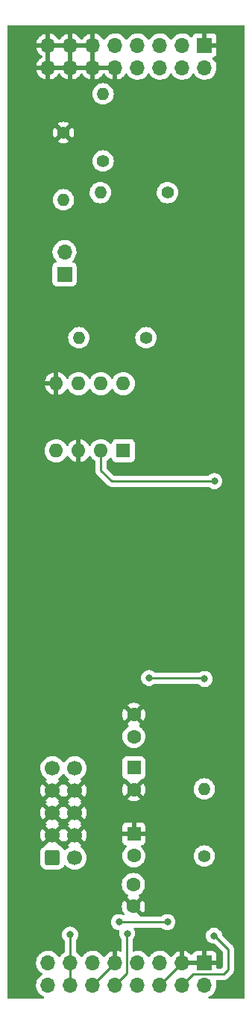
<source format=gbl>
%TF.GenerationSoftware,KiCad,Pcbnew,(6.0.1)*%
%TF.CreationDate,2022-10-13T17:59:12-04:00*%
%TF.ProjectId,SYNTH-MIXER4-01-DB,53594e54-482d-44d4-9958-4552342d3031,1*%
%TF.SameCoordinates,Original*%
%TF.FileFunction,Copper,L2,Bot*%
%TF.FilePolarity,Positive*%
%FSLAX46Y46*%
G04 Gerber Fmt 4.6, Leading zero omitted, Abs format (unit mm)*
G04 Created by KiCad (PCBNEW (6.0.1)) date 2022-10-13 17:59:12*
%MOMM*%
%LPD*%
G01*
G04 APERTURE LIST*
G04 Aperture macros list*
%AMRoundRect*
0 Rectangle with rounded corners*
0 $1 Rounding radius*
0 $2 $3 $4 $5 $6 $7 $8 $9 X,Y pos of 4 corners*
0 Add a 4 corners polygon primitive as box body*
4,1,4,$2,$3,$4,$5,$6,$7,$8,$9,$2,$3,0*
0 Add four circle primitives for the rounded corners*
1,1,$1+$1,$2,$3*
1,1,$1+$1,$4,$5*
1,1,$1+$1,$6,$7*
1,1,$1+$1,$8,$9*
0 Add four rect primitives between the rounded corners*
20,1,$1+$1,$2,$3,$4,$5,0*
20,1,$1+$1,$4,$5,$6,$7,0*
20,1,$1+$1,$6,$7,$8,$9,0*
20,1,$1+$1,$8,$9,$2,$3,0*%
G04 Aperture macros list end*
%TA.AperFunction,ComponentPad*%
%ADD10R,1.700000X1.700000*%
%TD*%
%TA.AperFunction,ComponentPad*%
%ADD11O,1.700000X1.700000*%
%TD*%
%TA.AperFunction,ComponentPad*%
%ADD12RoundRect,0.250000X-0.600000X-0.600000X0.600000X-0.600000X0.600000X0.600000X-0.600000X0.600000X0*%
%TD*%
%TA.AperFunction,ComponentPad*%
%ADD13C,1.700000*%
%TD*%
%TA.AperFunction,ComponentPad*%
%ADD14C,1.400000*%
%TD*%
%TA.AperFunction,ComponentPad*%
%ADD15O,1.400000X1.400000*%
%TD*%
%TA.AperFunction,ComponentPad*%
%ADD16R,1.600000X1.600000*%
%TD*%
%TA.AperFunction,ComponentPad*%
%ADD17C,1.600000*%
%TD*%
%TA.AperFunction,ComponentPad*%
%ADD18O,1.600000X1.600000*%
%TD*%
%TA.AperFunction,ViaPad*%
%ADD19C,0.800000*%
%TD*%
%TA.AperFunction,Conductor*%
%ADD20C,0.250000*%
%TD*%
%TA.AperFunction,Conductor*%
%ADD21C,0.254000*%
%TD*%
G04 APERTURE END LIST*
D10*
%TO.P,J11,1,Pin_1*%
%TO.N,GND*%
X24028400Y-115443000D03*
D11*
%TO.P,J11,2,Pin_2*%
%TO.N,/POTWIPER_1*%
X24028400Y-117983000D03*
%TO.P,J11,3,Pin_3*%
%TO.N,GND*%
X21488400Y-115443000D03*
%TO.P,J11,4,Pin_4*%
%TO.N,/VI_2*%
X21488400Y-117983000D03*
%TO.P,J11,5,Pin_5*%
%TO.N,/POTWIPER_1*%
X18948400Y-115443000D03*
%TO.P,J11,6,Pin_6*%
%TO.N,GND*%
X18948400Y-117983000D03*
%TO.P,J11,7,Pin_7*%
%TO.N,/VI_3*%
X16408400Y-115443000D03*
%TO.P,J11,8,Pin_8*%
%TO.N,/POTWIPER_1*%
X16408400Y-117983000D03*
%TO.P,J11,9,Pin_9*%
%TO.N,GND*%
X13868400Y-115443000D03*
%TO.P,J11,10,Pin_10*%
%TO.N,/VI_4*%
X13868400Y-117983000D03*
%TO.P,J11,11,Pin_11*%
%TO.N,/POTWIPER_1*%
X11328400Y-115443000D03*
%TO.P,J11,12,Pin_12*%
%TO.N,GND*%
X11328400Y-117983000D03*
%TO.P,J11,13,Pin_13*%
%TO.N,/VOL1*%
X8788400Y-115443000D03*
%TO.P,J11,14,Pin_14*%
X8788400Y-117983000D03*
%TO.P,J11,15,Pin_15*%
%TO.N,/VOL2*%
X6248400Y-115443000D03*
%TO.P,J11,16,Pin_16*%
%TO.N,unconnected-(J11-Pad16)*%
X6248400Y-117983000D03*
%TD*%
D10*
%TO.P,J10,1,Pin_1*%
%TO.N,GND*%
X24028400Y-11277600D03*
D11*
%TO.P,J10,2,Pin_2*%
%TO.N,unconnected-(J10-Pad2)*%
X24028400Y-13817600D03*
%TO.P,J10,3,Pin_3*%
%TO.N,/VI_2*%
X21488400Y-11277600D03*
%TO.P,J10,4,Pin_4*%
%TO.N,unconnected-(J10-Pad4)*%
X21488400Y-13817600D03*
%TO.P,J10,5,Pin_5*%
%TO.N,/VI_3*%
X18948400Y-11277600D03*
%TO.P,J10,6,Pin_6*%
%TO.N,unconnected-(J10-Pad6)*%
X18948400Y-13817600D03*
%TO.P,J10,7,Pin_7*%
%TO.N,/VI_4*%
X16408400Y-11277600D03*
%TO.P,J10,8,Pin_8*%
%TO.N,unconnected-(J10-Pad8)*%
X16408400Y-13817600D03*
%TO.P,J10,9,Pin_9*%
%TO.N,/OUT*%
X13868400Y-11277600D03*
%TO.P,J10,10,Pin_10*%
%TO.N,GND*%
X13868400Y-13817600D03*
%TO.P,J10,11,Pin_11*%
X11328400Y-11277600D03*
%TO.P,J10,12,Pin_12*%
X11328400Y-13817600D03*
%TO.P,J10,13,Pin_13*%
X8788400Y-11277600D03*
%TO.P,J10,14,Pin_14*%
X8788400Y-13817600D03*
%TO.P,J10,15,Pin_15*%
X6248400Y-11277600D03*
%TO.P,J10,16,Pin_16*%
X6248400Y-13817600D03*
%TD*%
D12*
%TO.P,J8,1,Pin_1*%
%TO.N,-12V*%
X6747500Y-103500000D03*
D13*
%TO.P,J8,2,Pin_2*%
X9287500Y-103500000D03*
%TO.P,J8,3,Pin_3*%
%TO.N,GND*%
X6747500Y-100960000D03*
%TO.P,J8,4,Pin_4*%
X9287500Y-100960000D03*
%TO.P,J8,5,Pin_5*%
X6747500Y-98420000D03*
%TO.P,J8,6,Pin_6*%
X9287500Y-98420000D03*
%TO.P,J8,7,Pin_7*%
X6747500Y-95880000D03*
%TO.P,J8,8,Pin_8*%
X9287500Y-95880000D03*
%TO.P,J8,9,Pin_9*%
%TO.N,+12V*%
X6747500Y-93340000D03*
%TO.P,J8,10,Pin_10*%
X9287500Y-93340000D03*
%TD*%
D14*
%TO.P,R1,1*%
%TO.N,/VO*%
X12500000Y-24409400D03*
D15*
%TO.P,R1,2*%
%TO.N,/OUT*%
X12500000Y-16789400D03*
%TD*%
D16*
%TO.P,C3,1*%
%TO.N,+12V*%
X16000000Y-93294888D03*
D17*
%TO.P,C3,2*%
%TO.N,GND*%
X16000000Y-95794888D03*
%TD*%
D16*
%TO.P,U1,1*%
%TO.N,Net-(R4-Pad1)*%
X14800000Y-57300000D03*
D18*
%TO.P,U1,2,-*%
%TO.N,/POTWIPER_1*%
X12260000Y-57300000D03*
%TO.P,U1,3,+*%
%TO.N,GND*%
X9720000Y-57300000D03*
%TO.P,U1,4,V-*%
%TO.N,-12V*%
X7180000Y-57300000D03*
%TO.P,U1,5,+*%
%TO.N,GND*%
X7180000Y-49680000D03*
%TO.P,U1,6,-*%
%TO.N,/VOL2*%
X9720000Y-49680000D03*
%TO.P,U1,7*%
%TO.N,/VO*%
X12260000Y-49680000D03*
%TO.P,U1,8,V+*%
%TO.N,+12V*%
X14800000Y-49680000D03*
%TD*%
D14*
%TO.P,R5,1*%
%TO.N,/POTWIPER_1*%
X24000000Y-103310000D03*
D15*
%TO.P,R5,2*%
%TO.N,Net-(R4-Pad1)*%
X24000000Y-95690000D03*
%TD*%
D17*
%TO.P,C1,1*%
%TO.N,+12V*%
X16000000Y-89750000D03*
%TO.P,C1,2*%
%TO.N,GND*%
X16000000Y-87250000D03*
%TD*%
D10*
%TO.P,J1,1,Pin_1*%
%TO.N,/VOL2*%
X8125000Y-37275000D03*
D11*
%TO.P,J1,2,Pin_2*%
%TO.N,Net-(J1-Pad2)*%
X8125000Y-34735000D03*
%TD*%
D17*
%TO.P,C2,1*%
%TO.N,GND*%
X15951200Y-109047600D03*
%TO.P,C2,2*%
%TO.N,-12V*%
X15951200Y-106547600D03*
%TD*%
D14*
%TO.P,R4,1*%
%TO.N,Net-(R4-Pad1)*%
X17373600Y-44475400D03*
D15*
%TO.P,R4,2*%
%TO.N,/VOL2*%
X9753600Y-44475400D03*
%TD*%
D14*
%TO.P,R3,1*%
%TO.N,/VOL1*%
X19810000Y-28000000D03*
D15*
%TO.P,R3,2*%
%TO.N,/VO*%
X12190000Y-28000000D03*
%TD*%
D14*
%TO.P,R2,1*%
%TO.N,GND*%
X7999999Y-21190001D03*
D15*
%TO.P,R2,2*%
%TO.N,Net-(J1-Pad2)*%
X7999999Y-28810001D03*
%TD*%
D16*
%TO.P,C4,1*%
%TO.N,GND*%
X16000000Y-100794888D03*
D17*
%TO.P,C4,2*%
%TO.N,-12V*%
X16000000Y-103294888D03*
%TD*%
D19*
%TO.N,/VI_4*%
X15240000Y-112115600D03*
%TO.N,Net-(R4-Pad1)*%
X17729200Y-83108800D03*
X24028400Y-83210400D03*
%TO.N,/VOL1*%
X19810000Y-110810000D03*
X14310400Y-110810000D03*
X8760000Y-112240000D03*
%TO.N,/POTWIPER_1*%
X25146000Y-60756800D03*
%TO.N,/VI_2*%
X25095200Y-112369600D03*
%TD*%
D20*
%TO.N,/VI_4*%
X15208489Y-112147111D02*
X15240000Y-112115600D01*
X13843000Y-117983000D02*
X15208489Y-116617511D01*
X15208489Y-116617511D02*
X15208489Y-112147111D01*
D21*
X15240000Y-112115600D02*
X15203489Y-112152111D01*
X15203489Y-112152111D02*
X15203489Y-116636511D01*
X15203489Y-116636511D02*
X13840000Y-118000000D01*
%TO.N,GND*%
X18920000Y-118000000D02*
X21460000Y-115460000D01*
X11300000Y-118000000D02*
X13840000Y-115460000D01*
%TO.N,Net-(R4-Pad1)*%
X17729200Y-83108800D02*
X23926800Y-83108800D01*
X23926800Y-83108800D02*
X24028400Y-83210400D01*
%TO.N,/VOL1*%
X8760000Y-115460000D02*
X8760000Y-118000000D01*
X8760000Y-112240000D02*
X8760000Y-115460000D01*
X19810000Y-110810000D02*
X14310400Y-110810000D01*
%TO.N,/POTWIPER_1*%
X13462000Y-60756800D02*
X12260000Y-59554800D01*
X12260000Y-59554800D02*
X12260000Y-57300000D01*
X25146000Y-60756800D02*
X13462000Y-60756800D01*
%TO.N,/VI_2*%
X22721600Y-116738400D02*
X26212800Y-116738400D01*
X21460000Y-118000000D02*
X22721600Y-116738400D01*
X26212800Y-116738400D02*
X26720800Y-116230400D01*
X25196800Y-112369600D02*
X25095200Y-112369600D01*
X26720800Y-116230400D02*
X26720800Y-113893600D01*
X25196800Y-112369600D02*
X26720800Y-113893600D01*
%TD*%
%TA.AperFunction,Conductor*%
%TO.N,GND*%
G36*
X28534121Y-9028002D02*
G01*
X28580614Y-9081658D01*
X28592000Y-9134000D01*
X28592000Y-119366000D01*
X28571998Y-119434121D01*
X28518342Y-119480614D01*
X28466000Y-119492000D01*
X24579494Y-119492000D01*
X24511373Y-119471998D01*
X24464880Y-119418342D01*
X24454776Y-119348068D01*
X24484270Y-119283488D01*
X24526503Y-119253642D01*
X24525784Y-119252174D01*
X24721746Y-119156173D01*
X24726394Y-119153896D01*
X24908260Y-119024173D01*
X25066496Y-118866489D01*
X25125994Y-118783689D01*
X25193835Y-118689277D01*
X25196853Y-118685077D01*
X25210395Y-118657678D01*
X25293536Y-118489453D01*
X25293537Y-118489451D01*
X25295830Y-118484811D01*
X25360770Y-118271069D01*
X25389929Y-118049590D01*
X25391556Y-117983000D01*
X25373252Y-117760361D01*
X25318831Y-117543702D01*
X25317280Y-117540135D01*
X25314276Y-117469576D01*
X25350085Y-117408271D01*
X25413353Y-117376058D01*
X25436573Y-117373900D01*
X26133780Y-117373900D01*
X26145014Y-117374430D01*
X26152519Y-117376108D01*
X26220812Y-117373962D01*
X26224769Y-117373900D01*
X26252783Y-117373900D01*
X26256708Y-117373404D01*
X26256709Y-117373404D01*
X26256804Y-117373392D01*
X26268649Y-117372459D01*
X26298470Y-117371522D01*
X26305082Y-117371314D01*
X26305083Y-117371314D01*
X26313005Y-117371065D01*
X26332549Y-117365387D01*
X26351912Y-117361377D01*
X26364240Y-117359820D01*
X26364242Y-117359820D01*
X26372099Y-117358827D01*
X26379463Y-117355911D01*
X26379468Y-117355910D01*
X26413356Y-117342493D01*
X26424585Y-117338648D01*
X26441265Y-117333802D01*
X26467193Y-117326269D01*
X26474020Y-117322231D01*
X26474023Y-117322230D01*
X26484706Y-117315912D01*
X26502464Y-117307212D01*
X26514015Y-117302639D01*
X26514021Y-117302635D01*
X26521388Y-117299719D01*
X26557291Y-117273634D01*
X26567210Y-117267119D01*
X26598568Y-117248574D01*
X26598572Y-117248571D01*
X26605398Y-117244534D01*
X26619782Y-117230150D01*
X26634816Y-117217309D01*
X26644873Y-117210002D01*
X26651287Y-117205342D01*
X26679578Y-117171144D01*
X26687567Y-117162365D01*
X27114277Y-116735655D01*
X27122603Y-116728078D01*
X27129103Y-116723953D01*
X27142934Y-116709225D01*
X27175900Y-116674119D01*
X27178655Y-116671277D01*
X27198438Y-116651494D01*
X27200929Y-116648283D01*
X27208638Y-116639256D01*
X27233589Y-116612686D01*
X27239017Y-116606906D01*
X27248822Y-116589071D01*
X27259676Y-116572547D01*
X27267291Y-116562730D01*
X27267292Y-116562729D01*
X27272149Y-116556467D01*
X27289769Y-116515750D01*
X27294992Y-116505089D01*
X27312549Y-116473153D01*
X27312551Y-116473148D01*
X27316369Y-116466203D01*
X27318339Y-116458529D01*
X27318342Y-116458522D01*
X27321432Y-116446487D01*
X27327836Y-116427782D01*
X27332767Y-116416387D01*
X27335917Y-116409108D01*
X27342860Y-116365273D01*
X27345267Y-116353651D01*
X27356300Y-116310682D01*
X27356300Y-116290335D01*
X27357851Y-116270624D01*
X27359795Y-116258350D01*
X27361035Y-116250521D01*
X27356859Y-116206344D01*
X27356300Y-116194486D01*
X27356300Y-113972620D01*
X27356829Y-113961391D01*
X27358508Y-113953881D01*
X27356362Y-113885601D01*
X27356300Y-113881644D01*
X27356300Y-113853617D01*
X27355789Y-113849571D01*
X27354857Y-113837736D01*
X27353713Y-113801320D01*
X27353464Y-113793395D01*
X27347787Y-113773853D01*
X27343778Y-113754494D01*
X27343619Y-113753233D01*
X27341227Y-113734301D01*
X27338311Y-113726937D01*
X27338310Y-113726932D01*
X27324888Y-113693035D01*
X27321049Y-113681824D01*
X27308668Y-113639207D01*
X27298311Y-113621693D01*
X27289615Y-113603943D01*
X27285039Y-113592385D01*
X27285036Y-113592380D01*
X27282119Y-113585012D01*
X27256033Y-113549107D01*
X27249516Y-113539185D01*
X27230972Y-113507828D01*
X27230970Y-113507825D01*
X27226934Y-113501001D01*
X27212547Y-113486614D01*
X27199706Y-113471580D01*
X27192402Y-113461527D01*
X27187742Y-113455113D01*
X27153550Y-113426827D01*
X27144771Y-113418838D01*
X26030057Y-112304124D01*
X25996031Y-112241812D01*
X25993842Y-112228199D01*
X25989432Y-112186235D01*
X25989432Y-112186233D01*
X25988742Y-112179672D01*
X25929727Y-111998044D01*
X25834240Y-111832656D01*
X25797776Y-111792158D01*
X25710875Y-111695645D01*
X25710874Y-111695644D01*
X25706453Y-111690734D01*
X25551952Y-111578482D01*
X25545924Y-111575798D01*
X25545922Y-111575797D01*
X25383519Y-111503491D01*
X25383518Y-111503491D01*
X25377488Y-111500806D01*
X25277440Y-111479540D01*
X25197144Y-111462472D01*
X25197139Y-111462472D01*
X25190687Y-111461100D01*
X24999713Y-111461100D01*
X24993261Y-111462472D01*
X24993256Y-111462472D01*
X24912960Y-111479540D01*
X24812912Y-111500806D01*
X24806882Y-111503491D01*
X24806881Y-111503491D01*
X24644478Y-111575797D01*
X24644476Y-111575798D01*
X24638448Y-111578482D01*
X24483947Y-111690734D01*
X24479526Y-111695644D01*
X24479525Y-111695645D01*
X24392625Y-111792158D01*
X24356160Y-111832656D01*
X24260673Y-111998044D01*
X24201658Y-112179672D01*
X24181696Y-112369600D01*
X24201658Y-112559528D01*
X24260673Y-112741156D01*
X24356160Y-112906544D01*
X24483947Y-113048466D01*
X24638448Y-113160718D01*
X24644476Y-113163402D01*
X24644478Y-113163403D01*
X24806881Y-113235709D01*
X24812912Y-113238394D01*
X24906313Y-113258247D01*
X24993256Y-113276728D01*
X24993261Y-113276728D01*
X24999713Y-113278100D01*
X25154378Y-113278100D01*
X25222499Y-113298102D01*
X25243473Y-113315005D01*
X26048395Y-114119927D01*
X26082421Y-114182239D01*
X26085300Y-114209022D01*
X26085300Y-115914977D01*
X26065298Y-115983098D01*
X26048395Y-116004072D01*
X25986472Y-116065995D01*
X25924160Y-116100021D01*
X25897377Y-116102900D01*
X25512400Y-116102900D01*
X25444279Y-116082898D01*
X25397786Y-116029242D01*
X25386400Y-115976900D01*
X25386400Y-115715115D01*
X25381925Y-115699876D01*
X25380535Y-115698671D01*
X25372852Y-115697000D01*
X21360400Y-115697000D01*
X21292279Y-115676998D01*
X21245786Y-115623342D01*
X21234400Y-115571000D01*
X21234400Y-115170885D01*
X21742400Y-115170885D01*
X21746875Y-115186124D01*
X21748265Y-115187329D01*
X21755948Y-115189000D01*
X23756285Y-115189000D01*
X23771524Y-115184525D01*
X23772729Y-115183135D01*
X23774400Y-115175452D01*
X23774400Y-115170885D01*
X24282400Y-115170885D01*
X24286875Y-115186124D01*
X24288265Y-115187329D01*
X24295948Y-115189000D01*
X25368284Y-115189000D01*
X25383523Y-115184525D01*
X25384728Y-115183135D01*
X25386399Y-115175452D01*
X25386399Y-114548331D01*
X25386029Y-114541510D01*
X25380505Y-114490648D01*
X25376879Y-114475396D01*
X25331724Y-114354946D01*
X25323186Y-114339351D01*
X25246685Y-114237276D01*
X25234124Y-114224715D01*
X25132049Y-114148214D01*
X25116454Y-114139676D01*
X24996006Y-114094522D01*
X24980751Y-114090895D01*
X24929886Y-114085369D01*
X24923072Y-114085000D01*
X24300515Y-114085000D01*
X24285276Y-114089475D01*
X24284071Y-114090865D01*
X24282400Y-114098548D01*
X24282400Y-115170885D01*
X23774400Y-115170885D01*
X23774400Y-114103116D01*
X23769925Y-114087877D01*
X23768535Y-114086672D01*
X23760852Y-114085001D01*
X23133731Y-114085001D01*
X23126910Y-114085371D01*
X23076048Y-114090895D01*
X23060796Y-114094521D01*
X22940346Y-114139676D01*
X22924751Y-114148214D01*
X22822676Y-114224715D01*
X22810115Y-114237276D01*
X22733614Y-114339351D01*
X22725076Y-114354946D01*
X22683500Y-114465849D01*
X22640858Y-114522613D01*
X22574297Y-114547313D01*
X22504948Y-114532105D01*
X22472325Y-114506419D01*
X22421206Y-114450240D01*
X22413673Y-114443215D01*
X22246539Y-114311222D01*
X22237952Y-114305517D01*
X22051517Y-114202599D01*
X22042105Y-114198369D01*
X21841359Y-114127280D01*
X21831388Y-114124646D01*
X21760237Y-114111972D01*
X21746940Y-114113432D01*
X21742400Y-114127989D01*
X21742400Y-115170885D01*
X21234400Y-115170885D01*
X21234400Y-114126102D01*
X21230482Y-114112758D01*
X21216206Y-114110771D01*
X21177724Y-114116660D01*
X21167688Y-114119051D01*
X20965268Y-114185212D01*
X20955759Y-114189209D01*
X20766863Y-114287542D01*
X20758138Y-114293036D01*
X20587833Y-114420905D01*
X20580126Y-114427748D01*
X20432990Y-114581717D01*
X20426509Y-114589722D01*
X20321898Y-114743074D01*
X20266987Y-114788076D01*
X20196462Y-114796247D01*
X20132715Y-114764993D01*
X20112018Y-114740509D01*
X20031222Y-114615617D01*
X20031220Y-114615614D01*
X20028414Y-114611277D01*
X19878070Y-114446051D01*
X19874019Y-114442852D01*
X19874015Y-114442848D01*
X19706814Y-114310800D01*
X19706810Y-114310798D01*
X19702759Y-114307598D01*
X19666745Y-114287717D01*
X19575370Y-114237276D01*
X19507189Y-114199638D01*
X19502320Y-114197914D01*
X19502316Y-114197912D01*
X19301487Y-114126795D01*
X19301483Y-114126794D01*
X19296612Y-114125069D01*
X19291519Y-114124162D01*
X19291516Y-114124161D01*
X19081773Y-114086800D01*
X19081767Y-114086799D01*
X19076684Y-114085894D01*
X19002852Y-114084992D01*
X18858481Y-114083228D01*
X18858479Y-114083228D01*
X18853311Y-114083165D01*
X18632491Y-114116955D01*
X18420156Y-114186357D01*
X18222007Y-114289507D01*
X18217874Y-114292610D01*
X18217871Y-114292612D01*
X18134850Y-114354946D01*
X18043365Y-114423635D01*
X18039793Y-114427373D01*
X17939709Y-114532105D01*
X17889029Y-114585138D01*
X17781601Y-114742621D01*
X17726693Y-114787621D01*
X17656168Y-114795792D01*
X17592421Y-114764538D01*
X17571724Y-114740054D01*
X17491222Y-114615617D01*
X17491220Y-114615614D01*
X17488414Y-114611277D01*
X17338070Y-114446051D01*
X17334019Y-114442852D01*
X17334015Y-114442848D01*
X17166814Y-114310800D01*
X17166810Y-114310798D01*
X17162759Y-114307598D01*
X17126745Y-114287717D01*
X17035370Y-114237276D01*
X16967189Y-114199638D01*
X16962320Y-114197914D01*
X16962316Y-114197912D01*
X16761487Y-114126795D01*
X16761483Y-114126794D01*
X16756612Y-114125069D01*
X16751519Y-114124162D01*
X16751516Y-114124161D01*
X16541773Y-114086800D01*
X16541767Y-114086799D01*
X16536684Y-114085894D01*
X16462852Y-114084992D01*
X16318481Y-114083228D01*
X16318479Y-114083228D01*
X16313311Y-114083165D01*
X16092491Y-114116955D01*
X16022976Y-114139676D01*
X16007134Y-114144854D01*
X15936170Y-114147005D01*
X15875308Y-114110449D01*
X15843872Y-114046791D01*
X15841989Y-114025089D01*
X15841989Y-112853121D01*
X15861991Y-112785000D01*
X15874353Y-112768811D01*
X15974621Y-112657452D01*
X15974622Y-112657451D01*
X15979040Y-112652544D01*
X16074527Y-112487156D01*
X16133542Y-112305528D01*
X16153504Y-112115600D01*
X16133542Y-111925672D01*
X16074527Y-111744044D01*
X16046584Y-111695645D01*
X16011282Y-111634500D01*
X15994544Y-111565504D01*
X16017765Y-111498413D01*
X16073572Y-111454526D01*
X16120401Y-111445500D01*
X19103601Y-111445500D01*
X19171722Y-111465502D01*
X19188908Y-111480109D01*
X19189420Y-111479540D01*
X19194332Y-111483963D01*
X19198747Y-111488866D01*
X19353248Y-111601118D01*
X19359276Y-111603802D01*
X19359278Y-111603803D01*
X19521681Y-111676109D01*
X19527712Y-111678794D01*
X19618765Y-111698148D01*
X19708056Y-111717128D01*
X19708061Y-111717128D01*
X19714513Y-111718500D01*
X19905487Y-111718500D01*
X19911939Y-111717128D01*
X19911944Y-111717128D01*
X20001235Y-111698148D01*
X20092288Y-111678794D01*
X20098319Y-111676109D01*
X20260722Y-111603803D01*
X20260724Y-111603802D01*
X20266752Y-111601118D01*
X20421253Y-111488866D01*
X20524777Y-111373891D01*
X20544621Y-111351852D01*
X20544622Y-111351851D01*
X20549040Y-111346944D01*
X20644527Y-111181556D01*
X20703542Y-110999928D01*
X20723504Y-110810000D01*
X20703542Y-110620072D01*
X20644527Y-110438444D01*
X20549040Y-110273056D01*
X20421253Y-110131134D01*
X20266752Y-110018882D01*
X20260724Y-110016198D01*
X20260722Y-110016197D01*
X20098319Y-109943891D01*
X20098318Y-109943891D01*
X20092288Y-109941206D01*
X19998888Y-109921353D01*
X19911944Y-109902872D01*
X19911939Y-109902872D01*
X19905487Y-109901500D01*
X19714513Y-109901500D01*
X19708061Y-109902872D01*
X19708056Y-109902872D01*
X19621112Y-109921353D01*
X19527712Y-109941206D01*
X19521682Y-109943891D01*
X19521681Y-109943891D01*
X19359278Y-110016197D01*
X19359276Y-110016198D01*
X19353248Y-110018882D01*
X19198747Y-110131134D01*
X19194332Y-110136037D01*
X19189420Y-110140460D01*
X19187779Y-110138638D01*
X19136790Y-110170050D01*
X19103601Y-110174500D01*
X16769706Y-110174500D01*
X16701585Y-110154498D01*
X16681361Y-110132427D01*
X16679089Y-110134699D01*
X15593122Y-109048732D01*
X16315608Y-109048732D01*
X16315739Y-109050565D01*
X16319990Y-109057180D01*
X17025487Y-109762677D01*
X17037262Y-109769107D01*
X17049277Y-109759811D01*
X17085131Y-109708606D01*
X17090614Y-109699111D01*
X17182690Y-109501653D01*
X17186436Y-109491361D01*
X17242825Y-109280912D01*
X17244728Y-109270119D01*
X17263717Y-109053075D01*
X17263717Y-109042125D01*
X17244728Y-108825081D01*
X17242825Y-108814288D01*
X17186436Y-108603839D01*
X17182690Y-108593547D01*
X17090614Y-108396089D01*
X17085131Y-108386594D01*
X17048691Y-108334552D01*
X17038212Y-108326176D01*
X17024766Y-108333244D01*
X16323222Y-109034788D01*
X16315608Y-109048732D01*
X15593122Y-109048732D01*
X14876913Y-108332523D01*
X14865138Y-108326093D01*
X14853123Y-108335389D01*
X14817269Y-108386594D01*
X14811786Y-108396089D01*
X14719710Y-108593547D01*
X14715964Y-108603839D01*
X14659575Y-108814288D01*
X14657672Y-108825081D01*
X14638683Y-109042125D01*
X14638683Y-109053075D01*
X14657672Y-109270119D01*
X14659575Y-109280912D01*
X14715964Y-109491361D01*
X14719710Y-109501653D01*
X14811786Y-109699111D01*
X14817269Y-109708607D01*
X14895037Y-109819671D01*
X14917725Y-109886945D01*
X14900440Y-109955806D01*
X14848670Y-110004390D01*
X14778852Y-110017272D01*
X14740576Y-110007049D01*
X14598723Y-109943892D01*
X14598715Y-109943889D01*
X14592688Y-109941206D01*
X14499288Y-109921353D01*
X14412344Y-109902872D01*
X14412339Y-109902872D01*
X14405887Y-109901500D01*
X14214913Y-109901500D01*
X14208461Y-109902872D01*
X14208456Y-109902872D01*
X14121512Y-109921353D01*
X14028112Y-109941206D01*
X14022082Y-109943891D01*
X14022081Y-109943891D01*
X13859678Y-110016197D01*
X13859676Y-110016198D01*
X13853648Y-110018882D01*
X13699147Y-110131134D01*
X13571360Y-110273056D01*
X13475873Y-110438444D01*
X13416858Y-110620072D01*
X13396896Y-110810000D01*
X13416858Y-110999928D01*
X13475873Y-111181556D01*
X13571360Y-111346944D01*
X13575778Y-111351851D01*
X13575779Y-111351852D01*
X13595623Y-111373891D01*
X13699147Y-111488866D01*
X13853648Y-111601118D01*
X13859676Y-111603802D01*
X13859678Y-111603803D01*
X14022081Y-111676109D01*
X14028112Y-111678794D01*
X14119165Y-111698148D01*
X14208456Y-111717128D01*
X14208461Y-111717128D01*
X14214913Y-111718500D01*
X14240348Y-111718500D01*
X14308469Y-111738502D01*
X14354962Y-111792158D01*
X14365066Y-111862432D01*
X14360181Y-111883435D01*
X14348498Y-111919391D01*
X14348496Y-111919398D01*
X14346458Y-111925672D01*
X14326496Y-112115600D01*
X14346458Y-112305528D01*
X14405473Y-112487156D01*
X14408776Y-112492878D01*
X14408777Y-112492879D01*
X14480600Y-112617279D01*
X14500960Y-112652544D01*
X14505378Y-112657451D01*
X14505379Y-112657452D01*
X14535625Y-112691043D01*
X14566342Y-112755050D01*
X14567989Y-112775354D01*
X14567989Y-114071743D01*
X14547987Y-114139864D01*
X14494331Y-114186357D01*
X14424057Y-114196461D01*
X14399929Y-114190516D01*
X14221359Y-114127280D01*
X14211388Y-114124646D01*
X14140237Y-114111972D01*
X14126940Y-114113432D01*
X14122400Y-114127989D01*
X14122400Y-115571000D01*
X14102398Y-115639121D01*
X14048742Y-115685614D01*
X13996400Y-115697000D01*
X13740400Y-115697000D01*
X13672279Y-115676998D01*
X13625786Y-115623342D01*
X13614400Y-115571000D01*
X13614400Y-114126102D01*
X13610482Y-114112758D01*
X13596206Y-114110771D01*
X13557724Y-114116660D01*
X13547688Y-114119051D01*
X13345268Y-114185212D01*
X13335759Y-114189209D01*
X13146863Y-114287542D01*
X13138138Y-114293036D01*
X12967833Y-114420905D01*
X12960126Y-114427748D01*
X12812990Y-114581717D01*
X12806509Y-114589722D01*
X12701898Y-114743074D01*
X12646987Y-114788076D01*
X12576462Y-114796247D01*
X12512715Y-114764993D01*
X12492018Y-114740509D01*
X12411222Y-114615617D01*
X12411220Y-114615614D01*
X12408414Y-114611277D01*
X12258070Y-114446051D01*
X12254019Y-114442852D01*
X12254015Y-114442848D01*
X12086814Y-114310800D01*
X12086810Y-114310798D01*
X12082759Y-114307598D01*
X12046745Y-114287717D01*
X11955370Y-114237276D01*
X11887189Y-114199638D01*
X11882320Y-114197914D01*
X11882316Y-114197912D01*
X11681487Y-114126795D01*
X11681483Y-114126794D01*
X11676612Y-114125069D01*
X11671519Y-114124162D01*
X11671516Y-114124161D01*
X11461773Y-114086800D01*
X11461767Y-114086799D01*
X11456684Y-114085894D01*
X11382852Y-114084992D01*
X11238481Y-114083228D01*
X11238479Y-114083228D01*
X11233311Y-114083165D01*
X11012491Y-114116955D01*
X10800156Y-114186357D01*
X10602007Y-114289507D01*
X10597874Y-114292610D01*
X10597871Y-114292612D01*
X10514850Y-114354946D01*
X10423365Y-114423635D01*
X10419793Y-114427373D01*
X10319709Y-114532105D01*
X10269029Y-114585138D01*
X10161601Y-114742621D01*
X10106693Y-114787621D01*
X10036168Y-114795792D01*
X9972421Y-114764538D01*
X9951724Y-114740054D01*
X9871222Y-114615617D01*
X9871220Y-114615614D01*
X9868414Y-114611277D01*
X9718070Y-114446051D01*
X9714019Y-114442852D01*
X9714015Y-114442848D01*
X9546814Y-114310800D01*
X9546810Y-114310798D01*
X9542759Y-114307598D01*
X9506745Y-114287717D01*
X9460607Y-114262248D01*
X9410636Y-114211815D01*
X9395500Y-114151939D01*
X9395500Y-112940303D01*
X9415502Y-112872182D01*
X9427864Y-112855993D01*
X9494621Y-112781852D01*
X9494622Y-112781851D01*
X9499040Y-112776944D01*
X9594527Y-112611556D01*
X9653542Y-112429928D01*
X9670081Y-112272573D01*
X9672814Y-112246565D01*
X9673504Y-112240000D01*
X9653542Y-112050072D01*
X9594527Y-111868444D01*
X9499040Y-111703056D01*
X9477195Y-111678794D01*
X9375675Y-111566045D01*
X9375674Y-111566044D01*
X9371253Y-111561134D01*
X9258949Y-111479540D01*
X9222094Y-111452763D01*
X9222093Y-111452762D01*
X9216752Y-111448882D01*
X9210724Y-111446198D01*
X9210722Y-111446197D01*
X9048319Y-111373891D01*
X9048318Y-111373891D01*
X9042288Y-111371206D01*
X8928145Y-111346944D01*
X8861944Y-111332872D01*
X8861939Y-111332872D01*
X8855487Y-111331500D01*
X8664513Y-111331500D01*
X8658061Y-111332872D01*
X8658056Y-111332872D01*
X8591855Y-111346944D01*
X8477712Y-111371206D01*
X8471682Y-111373891D01*
X8471681Y-111373891D01*
X8309278Y-111446197D01*
X8309276Y-111446198D01*
X8303248Y-111448882D01*
X8297907Y-111452762D01*
X8297906Y-111452763D01*
X8261051Y-111479540D01*
X8148747Y-111561134D01*
X8144326Y-111566044D01*
X8144325Y-111566045D01*
X8042806Y-111678794D01*
X8020960Y-111703056D01*
X7925473Y-111868444D01*
X7866458Y-112050072D01*
X7846496Y-112240000D01*
X7847186Y-112246565D01*
X7849920Y-112272573D01*
X7866458Y-112429928D01*
X7925473Y-112611556D01*
X8020960Y-112776944D01*
X8025378Y-112781851D01*
X8025379Y-112781852D01*
X8092136Y-112855993D01*
X8122854Y-112920000D01*
X8124500Y-112940303D01*
X8124500Y-114181098D01*
X8104498Y-114249219D01*
X8065864Y-114287499D01*
X8062007Y-114289507D01*
X8057875Y-114292609D01*
X8057874Y-114292610D01*
X8040684Y-114305517D01*
X7883365Y-114423635D01*
X7879793Y-114427373D01*
X7779709Y-114532105D01*
X7729029Y-114585138D01*
X7621601Y-114742621D01*
X7566693Y-114787621D01*
X7496168Y-114795792D01*
X7432421Y-114764538D01*
X7411724Y-114740054D01*
X7331222Y-114615617D01*
X7331220Y-114615614D01*
X7328414Y-114611277D01*
X7178070Y-114446051D01*
X7174019Y-114442852D01*
X7174015Y-114442848D01*
X7006814Y-114310800D01*
X7006810Y-114310798D01*
X7002759Y-114307598D01*
X6966745Y-114287717D01*
X6875370Y-114237276D01*
X6807189Y-114199638D01*
X6802320Y-114197914D01*
X6802316Y-114197912D01*
X6601487Y-114126795D01*
X6601483Y-114126794D01*
X6596612Y-114125069D01*
X6591519Y-114124162D01*
X6591516Y-114124161D01*
X6381773Y-114086800D01*
X6381767Y-114086799D01*
X6376684Y-114085894D01*
X6302852Y-114084992D01*
X6158481Y-114083228D01*
X6158479Y-114083228D01*
X6153311Y-114083165D01*
X5932491Y-114116955D01*
X5720156Y-114186357D01*
X5522007Y-114289507D01*
X5517874Y-114292610D01*
X5517871Y-114292612D01*
X5434850Y-114354946D01*
X5343365Y-114423635D01*
X5339793Y-114427373D01*
X5239709Y-114532105D01*
X5189029Y-114585138D01*
X5063143Y-114769680D01*
X4969088Y-114972305D01*
X4909389Y-115187570D01*
X4885651Y-115409695D01*
X4898510Y-115632715D01*
X4899647Y-115637761D01*
X4899648Y-115637767D01*
X4917080Y-115715115D01*
X4947622Y-115850639D01*
X4973747Y-115914977D01*
X5020145Y-116029242D01*
X5031666Y-116057616D01*
X5080002Y-116136494D01*
X5145691Y-116243688D01*
X5148387Y-116248088D01*
X5294650Y-116416938D01*
X5371246Y-116480529D01*
X5453949Y-116549190D01*
X5466526Y-116559632D01*
X5502034Y-116580381D01*
X5539845Y-116602476D01*
X5588569Y-116654114D01*
X5601640Y-116723897D01*
X5574909Y-116789669D01*
X5534455Y-116823027D01*
X5522007Y-116829507D01*
X5517874Y-116832610D01*
X5517871Y-116832612D01*
X5493647Y-116850800D01*
X5343365Y-116963635D01*
X5189029Y-117125138D01*
X5186120Y-117129403D01*
X5186114Y-117129411D01*
X5131139Y-117210002D01*
X5063143Y-117309680D01*
X4969088Y-117512305D01*
X4909389Y-117727570D01*
X4885651Y-117949695D01*
X4885948Y-117954848D01*
X4885948Y-117954851D01*
X4891411Y-118049590D01*
X4898510Y-118172715D01*
X4899647Y-118177761D01*
X4899648Y-118177767D01*
X4919519Y-118265939D01*
X4947622Y-118390639D01*
X5031666Y-118597616D01*
X5082419Y-118680438D01*
X5145691Y-118783688D01*
X5148387Y-118788088D01*
X5294650Y-118956938D01*
X5466526Y-119099632D01*
X5659400Y-119212338D01*
X5664225Y-119214180D01*
X5664226Y-119214181D01*
X5753549Y-119248290D01*
X5810052Y-119291277D01*
X5834345Y-119357989D01*
X5818715Y-119427243D01*
X5768124Y-119477054D01*
X5708600Y-119492000D01*
X1734000Y-119492000D01*
X1665879Y-119471998D01*
X1619386Y-119418342D01*
X1608000Y-119366000D01*
X1608000Y-106547600D01*
X14637702Y-106547600D01*
X14657657Y-106775687D01*
X14716916Y-106996843D01*
X14719239Y-107001824D01*
X14719239Y-107001825D01*
X14811351Y-107199362D01*
X14811354Y-107199367D01*
X14813677Y-107204349D01*
X14945002Y-107391900D01*
X15106900Y-107553798D01*
X15111408Y-107556955D01*
X15111411Y-107556957D01*
X15215076Y-107629544D01*
X15294451Y-107685123D01*
X15299435Y-107687447D01*
X15301728Y-107688771D01*
X15350721Y-107740153D01*
X15364157Y-107809867D01*
X15337771Y-107875778D01*
X15301728Y-107907009D01*
X15290198Y-107913666D01*
X15238152Y-107950109D01*
X15229776Y-107960588D01*
X15236844Y-107974034D01*
X15938388Y-108675578D01*
X15952332Y-108683192D01*
X15954165Y-108683061D01*
X15960780Y-108678810D01*
X16666277Y-107973313D01*
X16672707Y-107961538D01*
X16663411Y-107949523D01*
X16612202Y-107913666D01*
X16600672Y-107907009D01*
X16551679Y-107855627D01*
X16538242Y-107785913D01*
X16564629Y-107720002D01*
X16600672Y-107688771D01*
X16602965Y-107687447D01*
X16607949Y-107685123D01*
X16687324Y-107629544D01*
X16790989Y-107556957D01*
X16790992Y-107556955D01*
X16795500Y-107553798D01*
X16957398Y-107391900D01*
X17088723Y-107204349D01*
X17091046Y-107199367D01*
X17091049Y-107199362D01*
X17183161Y-107001825D01*
X17183161Y-107001824D01*
X17185484Y-106996843D01*
X17244743Y-106775687D01*
X17264698Y-106547600D01*
X17244743Y-106319513D01*
X17185484Y-106098357D01*
X17183161Y-106093375D01*
X17091049Y-105895838D01*
X17091046Y-105895833D01*
X17088723Y-105890851D01*
X16957398Y-105703300D01*
X16795500Y-105541402D01*
X16790992Y-105538245D01*
X16790989Y-105538243D01*
X16712811Y-105483502D01*
X16607949Y-105410077D01*
X16602967Y-105407754D01*
X16602962Y-105407751D01*
X16405425Y-105315639D01*
X16405424Y-105315639D01*
X16400443Y-105313316D01*
X16395135Y-105311894D01*
X16395133Y-105311893D01*
X16184602Y-105255481D01*
X16184600Y-105255481D01*
X16179287Y-105254057D01*
X15951200Y-105234102D01*
X15723113Y-105254057D01*
X15717800Y-105255481D01*
X15717798Y-105255481D01*
X15507267Y-105311893D01*
X15507265Y-105311894D01*
X15501957Y-105313316D01*
X15496976Y-105315639D01*
X15496975Y-105315639D01*
X15299438Y-105407751D01*
X15299433Y-105407754D01*
X15294451Y-105410077D01*
X15189589Y-105483502D01*
X15111411Y-105538243D01*
X15111408Y-105538245D01*
X15106900Y-105541402D01*
X14945002Y-105703300D01*
X14813677Y-105890851D01*
X14811354Y-105895833D01*
X14811351Y-105895838D01*
X14719239Y-106093375D01*
X14716916Y-106098357D01*
X14657657Y-106319513D01*
X14637702Y-106547600D01*
X1608000Y-106547600D01*
X1608000Y-104150400D01*
X5389000Y-104150400D01*
X5389337Y-104153646D01*
X5389337Y-104153650D01*
X5398552Y-104242460D01*
X5399974Y-104256166D01*
X5402155Y-104262702D01*
X5402155Y-104262704D01*
X5446228Y-104394806D01*
X5455950Y-104423946D01*
X5549022Y-104574348D01*
X5674197Y-104699305D01*
X5680427Y-104703145D01*
X5680428Y-104703146D01*
X5817590Y-104787694D01*
X5824762Y-104792115D01*
X5878871Y-104810062D01*
X5986111Y-104845632D01*
X5986113Y-104845632D01*
X5992639Y-104847797D01*
X5999475Y-104848497D01*
X5999478Y-104848498D01*
X6038872Y-104852534D01*
X6097100Y-104858500D01*
X7397900Y-104858500D01*
X7401146Y-104858163D01*
X7401150Y-104858163D01*
X7496808Y-104848238D01*
X7496812Y-104848237D01*
X7503666Y-104847526D01*
X7510202Y-104845345D01*
X7510204Y-104845345D01*
X7642306Y-104801272D01*
X7671446Y-104791550D01*
X7821848Y-104698478D01*
X7946805Y-104573303D01*
X8039615Y-104422738D01*
X8041918Y-104415795D01*
X8044263Y-104410766D01*
X8091180Y-104357481D01*
X8159458Y-104338021D01*
X8227418Y-104358564D01*
X8253694Y-104381520D01*
X8330360Y-104470025D01*
X8333750Y-104473938D01*
X8505626Y-104616632D01*
X8698500Y-104729338D01*
X8907192Y-104809030D01*
X8912260Y-104810061D01*
X8912263Y-104810062D01*
X9019517Y-104831883D01*
X9126097Y-104853567D01*
X9131272Y-104853757D01*
X9131274Y-104853757D01*
X9344173Y-104861564D01*
X9344177Y-104861564D01*
X9349337Y-104861753D01*
X9354457Y-104861097D01*
X9354459Y-104861097D01*
X9565788Y-104834025D01*
X9565789Y-104834025D01*
X9570916Y-104833368D01*
X9575866Y-104831883D01*
X9779929Y-104770661D01*
X9779934Y-104770659D01*
X9784884Y-104769174D01*
X9985494Y-104670896D01*
X10167360Y-104541173D01*
X10325596Y-104383489D01*
X10387609Y-104297189D01*
X10452935Y-104206277D01*
X10455953Y-104202077D01*
X10483108Y-104147134D01*
X10552636Y-104006453D01*
X10552637Y-104006451D01*
X10554930Y-104001811D01*
X10619870Y-103788069D01*
X10649029Y-103566590D01*
X10649965Y-103528290D01*
X10650574Y-103503365D01*
X10650574Y-103503361D01*
X10650656Y-103500000D01*
X10633793Y-103294888D01*
X14686502Y-103294888D01*
X14706457Y-103522975D01*
X14707881Y-103528288D01*
X14707881Y-103528290D01*
X14761901Y-103729892D01*
X14765716Y-103744131D01*
X14768039Y-103749112D01*
X14768039Y-103749113D01*
X14860151Y-103946650D01*
X14860154Y-103946655D01*
X14862477Y-103951637D01*
X14900860Y-104006453D01*
X14961931Y-104093671D01*
X14993802Y-104139188D01*
X15155700Y-104301086D01*
X15160208Y-104304243D01*
X15160211Y-104304245D01*
X15161415Y-104305088D01*
X15343251Y-104432411D01*
X15348233Y-104434734D01*
X15348238Y-104434737D01*
X15545775Y-104526849D01*
X15550757Y-104529172D01*
X15556065Y-104530594D01*
X15556067Y-104530595D01*
X15766598Y-104587007D01*
X15766600Y-104587007D01*
X15771913Y-104588431D01*
X16000000Y-104608386D01*
X16228087Y-104588431D01*
X16233400Y-104587007D01*
X16233402Y-104587007D01*
X16443933Y-104530595D01*
X16443935Y-104530594D01*
X16449243Y-104529172D01*
X16454225Y-104526849D01*
X16651762Y-104434737D01*
X16651767Y-104434734D01*
X16656749Y-104432411D01*
X16838585Y-104305088D01*
X16839789Y-104304245D01*
X16839792Y-104304243D01*
X16844300Y-104301086D01*
X17006198Y-104139188D01*
X17038070Y-104093671D01*
X17099140Y-104006453D01*
X17137523Y-103951637D01*
X17139846Y-103946655D01*
X17139849Y-103946650D01*
X17231961Y-103749113D01*
X17231961Y-103749112D01*
X17234284Y-103744131D01*
X17238100Y-103729892D01*
X17292119Y-103528290D01*
X17292119Y-103528288D01*
X17293543Y-103522975D01*
X17312176Y-103310000D01*
X22786884Y-103310000D01*
X22805314Y-103520655D01*
X22806738Y-103525968D01*
X22806738Y-103525970D01*
X22816725Y-103563240D01*
X22860044Y-103724910D01*
X22862366Y-103729891D01*
X22862367Y-103729892D01*
X22891806Y-103793023D01*
X22949411Y-103916558D01*
X23070699Y-104089776D01*
X23220224Y-104239301D01*
X23393442Y-104360589D01*
X23398420Y-104362910D01*
X23398423Y-104362912D01*
X23580108Y-104447633D01*
X23585090Y-104449956D01*
X23590398Y-104451378D01*
X23590400Y-104451379D01*
X23784030Y-104503262D01*
X23784032Y-104503262D01*
X23789345Y-104504686D01*
X24000000Y-104523116D01*
X24210655Y-104504686D01*
X24215968Y-104503262D01*
X24215970Y-104503262D01*
X24409600Y-104451379D01*
X24409602Y-104451378D01*
X24414910Y-104449956D01*
X24419892Y-104447633D01*
X24601577Y-104362912D01*
X24601580Y-104362910D01*
X24606558Y-104360589D01*
X24779776Y-104239301D01*
X24929301Y-104089776D01*
X25050589Y-103916558D01*
X25108195Y-103793023D01*
X25137633Y-103729892D01*
X25137634Y-103729891D01*
X25139956Y-103724910D01*
X25183276Y-103563240D01*
X25193262Y-103525970D01*
X25193262Y-103525968D01*
X25194686Y-103520655D01*
X25213116Y-103310000D01*
X25194686Y-103099345D01*
X25184332Y-103060702D01*
X25141379Y-102900400D01*
X25141378Y-102900398D01*
X25139956Y-102895090D01*
X25137633Y-102890108D01*
X25052912Y-102708423D01*
X25052910Y-102708420D01*
X25050589Y-102703442D01*
X24929301Y-102530224D01*
X24779776Y-102380699D01*
X24606558Y-102259411D01*
X24601580Y-102257090D01*
X24601577Y-102257088D01*
X24419892Y-102172367D01*
X24419891Y-102172366D01*
X24414910Y-102170044D01*
X24409602Y-102168622D01*
X24409600Y-102168621D01*
X24215970Y-102116738D01*
X24215968Y-102116738D01*
X24210655Y-102115314D01*
X24000000Y-102096884D01*
X23789345Y-102115314D01*
X23784032Y-102116738D01*
X23784030Y-102116738D01*
X23590400Y-102168621D01*
X23590398Y-102168622D01*
X23585090Y-102170044D01*
X23580109Y-102172366D01*
X23580108Y-102172367D01*
X23398423Y-102257088D01*
X23398420Y-102257090D01*
X23393442Y-102259411D01*
X23220224Y-102380699D01*
X23070699Y-102530224D01*
X22949411Y-102703442D01*
X22947090Y-102708420D01*
X22947088Y-102708423D01*
X22862367Y-102890108D01*
X22860044Y-102895090D01*
X22858622Y-102900398D01*
X22858621Y-102900400D01*
X22815668Y-103060702D01*
X22805314Y-103099345D01*
X22786884Y-103310000D01*
X17312176Y-103310000D01*
X17313498Y-103294888D01*
X17293543Y-103066801D01*
X17234284Y-102845645D01*
X17170297Y-102708423D01*
X17139849Y-102643126D01*
X17139846Y-102643121D01*
X17137523Y-102638139D01*
X17006198Y-102450588D01*
X16860078Y-102304468D01*
X16826052Y-102242156D01*
X16831117Y-102171341D01*
X16873664Y-102114505D01*
X16910606Y-102097205D01*
X16910207Y-102096140D01*
X17038054Y-102048212D01*
X17053649Y-102039674D01*
X17155724Y-101963173D01*
X17168285Y-101950612D01*
X17244786Y-101848537D01*
X17253324Y-101832942D01*
X17298478Y-101712494D01*
X17302105Y-101697239D01*
X17307631Y-101646374D01*
X17308000Y-101639560D01*
X17308000Y-101067003D01*
X17303525Y-101051764D01*
X17302135Y-101050559D01*
X17294452Y-101048888D01*
X14710116Y-101048888D01*
X14694877Y-101053363D01*
X14693672Y-101054753D01*
X14692001Y-101062436D01*
X14692001Y-101639557D01*
X14692371Y-101646378D01*
X14697895Y-101697240D01*
X14701521Y-101712492D01*
X14746676Y-101832942D01*
X14755214Y-101848537D01*
X14831715Y-101950612D01*
X14844276Y-101963173D01*
X14946351Y-102039674D01*
X14961946Y-102048212D01*
X15089793Y-102096140D01*
X15089096Y-102098000D01*
X15141628Y-102128019D01*
X15174442Y-102190978D01*
X15168008Y-102261682D01*
X15139922Y-102304468D01*
X14993802Y-102450588D01*
X14862477Y-102638139D01*
X14860154Y-102643121D01*
X14860151Y-102643126D01*
X14829703Y-102708423D01*
X14765716Y-102845645D01*
X14706457Y-103066801D01*
X14686502Y-103294888D01*
X10633793Y-103294888D01*
X10632352Y-103277361D01*
X10577931Y-103060702D01*
X10488854Y-102855840D01*
X10393486Y-102708423D01*
X10370322Y-102672617D01*
X10370320Y-102672614D01*
X10367514Y-102668277D01*
X10217170Y-102503051D01*
X10213119Y-102499852D01*
X10213115Y-102499848D01*
X10045914Y-102367800D01*
X10045910Y-102367798D01*
X10041859Y-102364598D01*
X10000069Y-102341529D01*
X9950098Y-102291097D01*
X9935326Y-102221654D01*
X9960442Y-102155248D01*
X9987793Y-102128642D01*
X10036747Y-102093723D01*
X10045148Y-102083023D01*
X10038160Y-102069870D01*
X9300312Y-101332022D01*
X9286368Y-101324408D01*
X9284535Y-101324539D01*
X9277920Y-101328790D01*
X8534237Y-102072473D01*
X8527477Y-102084853D01*
X8532758Y-102091907D01*
X8579469Y-102119203D01*
X8628193Y-102170841D01*
X8641264Y-102240624D01*
X8614533Y-102306396D01*
X8574084Y-102339752D01*
X8561107Y-102346507D01*
X8556974Y-102349610D01*
X8556971Y-102349612D01*
X8386600Y-102477530D01*
X8382465Y-102480635D01*
X8291281Y-102576054D01*
X8248527Y-102620793D01*
X8187003Y-102656223D01*
X8116090Y-102652766D01*
X8058304Y-102611520D01*
X8043333Y-102587194D01*
X8041365Y-102582994D01*
X8039050Y-102576054D01*
X7945978Y-102425652D01*
X7820803Y-102300695D01*
X7805232Y-102291097D01*
X7676468Y-102211725D01*
X7676466Y-102211724D01*
X7670238Y-102207885D01*
X7616474Y-102190052D01*
X7595140Y-102182976D01*
X7536780Y-102142545D01*
X7526229Y-102117146D01*
X7523924Y-102118370D01*
X7498160Y-102069870D01*
X6760312Y-101332022D01*
X6746368Y-101324408D01*
X6744535Y-101324539D01*
X6737920Y-101328790D01*
X5994237Y-102072473D01*
X5971485Y-102114139D01*
X5969277Y-102124287D01*
X5919074Y-102174488D01*
X5898567Y-102183424D01*
X5823554Y-102208450D01*
X5673152Y-102301522D01*
X5667979Y-102306704D01*
X5610186Y-102364598D01*
X5548195Y-102426697D01*
X5544355Y-102432927D01*
X5544354Y-102432928D01*
X5459966Y-102569831D01*
X5455385Y-102577262D01*
X5399703Y-102745139D01*
X5389000Y-102849600D01*
X5389000Y-104150400D01*
X1608000Y-104150400D01*
X1608000Y-100931863D01*
X5385550Y-100931863D01*
X5397809Y-101144477D01*
X5399245Y-101154697D01*
X5446065Y-101362446D01*
X5449145Y-101372275D01*
X5529270Y-101569603D01*
X5533913Y-101578794D01*
X5613960Y-101709420D01*
X5624416Y-101718880D01*
X5633194Y-101715096D01*
X6375478Y-100972812D01*
X6381856Y-100961132D01*
X7111908Y-100961132D01*
X7112039Y-100962965D01*
X7116290Y-100969580D01*
X7857974Y-101711264D01*
X7869984Y-101717823D01*
X7881723Y-101708855D01*
X7915522Y-101661819D01*
X7916649Y-101662629D01*
X7964159Y-101618881D01*
X8034096Y-101606661D01*
X8099538Y-101634191D01*
X8127370Y-101666029D01*
X8153959Y-101709419D01*
X8164416Y-101718880D01*
X8173194Y-101715096D01*
X8915478Y-100972812D01*
X8921856Y-100961132D01*
X9651908Y-100961132D01*
X9652039Y-100962965D01*
X9656290Y-100969580D01*
X10397974Y-101711264D01*
X10409984Y-101717823D01*
X10421723Y-101708855D01*
X10452504Y-101666019D01*
X10457815Y-101657180D01*
X10552170Y-101466267D01*
X10555969Y-101456672D01*
X10617876Y-101252915D01*
X10620055Y-101242834D01*
X10648090Y-101029887D01*
X10648609Y-101023212D01*
X10650072Y-100963364D01*
X10649878Y-100956646D01*
X10632281Y-100742604D01*
X10630596Y-100732424D01*
X10578714Y-100525875D01*
X10577658Y-100522773D01*
X14692000Y-100522773D01*
X14696475Y-100538012D01*
X14697865Y-100539217D01*
X14705548Y-100540888D01*
X15727885Y-100540888D01*
X15743124Y-100536413D01*
X15744329Y-100535023D01*
X15746000Y-100527340D01*
X15746000Y-100522773D01*
X16254000Y-100522773D01*
X16258475Y-100538012D01*
X16259865Y-100539217D01*
X16267548Y-100540888D01*
X17289884Y-100540888D01*
X17305123Y-100536413D01*
X17306328Y-100535023D01*
X17307999Y-100527340D01*
X17307999Y-99950219D01*
X17307629Y-99943398D01*
X17302105Y-99892536D01*
X17298479Y-99877284D01*
X17253324Y-99756834D01*
X17244786Y-99741239D01*
X17168285Y-99639164D01*
X17155724Y-99626603D01*
X17053649Y-99550102D01*
X17038054Y-99541564D01*
X16917606Y-99496410D01*
X16902351Y-99492783D01*
X16851486Y-99487257D01*
X16844672Y-99486888D01*
X16272115Y-99486888D01*
X16256876Y-99491363D01*
X16255671Y-99492753D01*
X16254000Y-99500436D01*
X16254000Y-100522773D01*
X15746000Y-100522773D01*
X15746000Y-99505004D01*
X15741525Y-99489765D01*
X15740135Y-99488560D01*
X15732452Y-99486889D01*
X15155331Y-99486889D01*
X15148510Y-99487259D01*
X15097648Y-99492783D01*
X15082396Y-99496409D01*
X14961946Y-99541564D01*
X14946351Y-99550102D01*
X14844276Y-99626603D01*
X14831715Y-99639164D01*
X14755214Y-99741239D01*
X14746676Y-99756834D01*
X14701522Y-99877282D01*
X14697895Y-99892537D01*
X14692369Y-99943402D01*
X14692000Y-99950216D01*
X14692000Y-100522773D01*
X10577658Y-100522773D01*
X10575394Y-100516124D01*
X10490472Y-100320814D01*
X10485605Y-100311739D01*
X10420563Y-100211197D01*
X10409877Y-100201995D01*
X10400312Y-100206398D01*
X9659522Y-100947188D01*
X9651908Y-100961132D01*
X8921856Y-100961132D01*
X8923092Y-100958868D01*
X8922961Y-100957035D01*
X8918710Y-100950420D01*
X8177349Y-100209059D01*
X8165813Y-100202759D01*
X8153528Y-100212384D01*
X8120692Y-100260520D01*
X8065781Y-100305523D01*
X7995256Y-100313694D01*
X7931509Y-100282440D01*
X7910811Y-100257955D01*
X7880562Y-100211197D01*
X7869877Y-100201995D01*
X7860312Y-100206398D01*
X7119522Y-100947188D01*
X7111908Y-100961132D01*
X6381856Y-100961132D01*
X6383092Y-100958868D01*
X6382961Y-100957035D01*
X6378710Y-100950420D01*
X5637349Y-100209059D01*
X5625813Y-100202759D01*
X5613531Y-100212382D01*
X5565589Y-100282662D01*
X5560504Y-100291613D01*
X5470838Y-100484783D01*
X5467275Y-100494470D01*
X5410364Y-100699681D01*
X5408433Y-100709800D01*
X5385802Y-100921574D01*
X5385550Y-100931863D01*
X1608000Y-100931863D01*
X1608000Y-99544853D01*
X5987477Y-99544853D01*
X5992758Y-99551907D01*
X6039979Y-99579501D01*
X6088703Y-99631139D01*
X6101774Y-99700922D01*
X6075043Y-99766694D01*
X6034587Y-99800053D01*
X6025966Y-99804541D01*
X6017234Y-99810039D01*
X5997177Y-99825099D01*
X5988723Y-99836427D01*
X5995468Y-99848758D01*
X6734688Y-100587978D01*
X6748632Y-100595592D01*
X6750465Y-100595461D01*
X6757080Y-100591210D01*
X7500889Y-99847401D01*
X7507910Y-99834544D01*
X7501111Y-99825213D01*
X7497059Y-99822521D01*
X7459616Y-99801852D01*
X7409645Y-99751420D01*
X7394873Y-99681977D01*
X7419989Y-99615572D01*
X7447340Y-99588965D01*
X7496747Y-99553723D01*
X7503711Y-99544853D01*
X8527477Y-99544853D01*
X8532758Y-99551907D01*
X8579979Y-99579501D01*
X8628703Y-99631139D01*
X8641774Y-99700922D01*
X8615043Y-99766694D01*
X8574587Y-99800053D01*
X8565966Y-99804541D01*
X8557234Y-99810039D01*
X8537177Y-99825099D01*
X8528723Y-99836427D01*
X8535468Y-99848758D01*
X9274688Y-100587978D01*
X9288632Y-100595592D01*
X9290465Y-100595461D01*
X9297080Y-100591210D01*
X10040889Y-99847401D01*
X10047910Y-99834544D01*
X10041111Y-99825213D01*
X10037059Y-99822521D01*
X9999616Y-99801852D01*
X9949645Y-99751420D01*
X9934873Y-99681977D01*
X9959989Y-99615572D01*
X9987340Y-99588965D01*
X10036747Y-99553723D01*
X10045148Y-99543023D01*
X10038160Y-99529870D01*
X9300312Y-98792022D01*
X9286368Y-98784408D01*
X9284535Y-98784539D01*
X9277920Y-98788790D01*
X8534237Y-99532473D01*
X8527477Y-99544853D01*
X7503711Y-99544853D01*
X7505148Y-99543023D01*
X7498160Y-99529870D01*
X6760312Y-98792022D01*
X6746368Y-98784408D01*
X6744535Y-98784539D01*
X6737920Y-98788790D01*
X5994237Y-99532473D01*
X5987477Y-99544853D01*
X1608000Y-99544853D01*
X1608000Y-98391863D01*
X5385550Y-98391863D01*
X5397809Y-98604477D01*
X5399245Y-98614697D01*
X5446065Y-98822446D01*
X5449145Y-98832275D01*
X5529270Y-99029603D01*
X5533913Y-99038794D01*
X5613960Y-99169420D01*
X5624416Y-99178880D01*
X5633194Y-99175096D01*
X6375478Y-98432812D01*
X6381856Y-98421132D01*
X7111908Y-98421132D01*
X7112039Y-98422965D01*
X7116290Y-98429580D01*
X7857974Y-99171264D01*
X7869984Y-99177823D01*
X7881723Y-99168855D01*
X7915522Y-99121819D01*
X7916649Y-99122629D01*
X7964159Y-99078881D01*
X8034096Y-99066661D01*
X8099538Y-99094191D01*
X8127370Y-99126029D01*
X8153959Y-99169419D01*
X8164416Y-99178880D01*
X8173194Y-99175096D01*
X8915478Y-98432812D01*
X8921856Y-98421132D01*
X9651908Y-98421132D01*
X9652039Y-98422965D01*
X9656290Y-98429580D01*
X10397974Y-99171264D01*
X10409984Y-99177823D01*
X10421723Y-99168855D01*
X10452504Y-99126019D01*
X10457815Y-99117180D01*
X10552170Y-98926267D01*
X10555969Y-98916672D01*
X10617876Y-98712915D01*
X10620055Y-98702834D01*
X10648090Y-98489887D01*
X10648609Y-98483212D01*
X10650072Y-98423364D01*
X10649878Y-98416646D01*
X10632281Y-98202604D01*
X10630596Y-98192424D01*
X10578714Y-97985875D01*
X10575394Y-97976124D01*
X10490472Y-97780814D01*
X10485605Y-97771739D01*
X10420563Y-97671197D01*
X10409877Y-97661995D01*
X10400312Y-97666398D01*
X9659522Y-98407188D01*
X9651908Y-98421132D01*
X8921856Y-98421132D01*
X8923092Y-98418868D01*
X8922961Y-98417035D01*
X8918710Y-98410420D01*
X8177349Y-97669059D01*
X8165813Y-97662759D01*
X8153528Y-97672384D01*
X8120692Y-97720520D01*
X8065781Y-97765523D01*
X7995256Y-97773694D01*
X7931509Y-97742440D01*
X7910811Y-97717955D01*
X7880562Y-97671197D01*
X7869877Y-97661995D01*
X7860312Y-97666398D01*
X7119522Y-98407188D01*
X7111908Y-98421132D01*
X6381856Y-98421132D01*
X6383092Y-98418868D01*
X6382961Y-98417035D01*
X6378710Y-98410420D01*
X5637349Y-97669059D01*
X5625813Y-97662759D01*
X5613531Y-97672382D01*
X5565589Y-97742662D01*
X5560504Y-97751613D01*
X5470838Y-97944783D01*
X5467275Y-97954470D01*
X5410364Y-98159681D01*
X5408433Y-98169800D01*
X5385802Y-98381574D01*
X5385550Y-98391863D01*
X1608000Y-98391863D01*
X1608000Y-97004853D01*
X5987477Y-97004853D01*
X5992758Y-97011907D01*
X6039979Y-97039501D01*
X6088703Y-97091139D01*
X6101774Y-97160922D01*
X6075043Y-97226694D01*
X6034587Y-97260053D01*
X6025966Y-97264541D01*
X6017234Y-97270039D01*
X5997177Y-97285099D01*
X5988723Y-97296427D01*
X5995468Y-97308758D01*
X6734688Y-98047978D01*
X6748632Y-98055592D01*
X6750465Y-98055461D01*
X6757080Y-98051210D01*
X7500889Y-97307401D01*
X7507910Y-97294544D01*
X7501111Y-97285213D01*
X7497059Y-97282521D01*
X7459616Y-97261852D01*
X7409645Y-97211420D01*
X7394873Y-97141977D01*
X7419989Y-97075572D01*
X7447340Y-97048965D01*
X7496747Y-97013723D01*
X7503711Y-97004853D01*
X8527477Y-97004853D01*
X8532758Y-97011907D01*
X8579979Y-97039501D01*
X8628703Y-97091139D01*
X8641774Y-97160922D01*
X8615043Y-97226694D01*
X8574587Y-97260053D01*
X8565966Y-97264541D01*
X8557234Y-97270039D01*
X8537177Y-97285099D01*
X8528723Y-97296427D01*
X8535468Y-97308758D01*
X9274688Y-98047978D01*
X9288632Y-98055592D01*
X9290465Y-98055461D01*
X9297080Y-98051210D01*
X10040889Y-97307401D01*
X10047910Y-97294544D01*
X10041111Y-97285213D01*
X10037059Y-97282521D01*
X9999616Y-97261852D01*
X9949645Y-97211420D01*
X9934873Y-97141977D01*
X9959989Y-97075572D01*
X9987340Y-97048965D01*
X10036747Y-97013723D01*
X10045148Y-97003023D01*
X10038160Y-96989870D01*
X9929240Y-96880950D01*
X15278493Y-96880950D01*
X15287789Y-96892965D01*
X15338994Y-96928819D01*
X15348489Y-96934302D01*
X15545947Y-97026378D01*
X15556239Y-97030124D01*
X15766688Y-97086513D01*
X15777481Y-97088416D01*
X15994525Y-97107405D01*
X16005475Y-97107405D01*
X16222519Y-97088416D01*
X16233312Y-97086513D01*
X16443761Y-97030124D01*
X16454053Y-97026378D01*
X16651511Y-96934302D01*
X16661006Y-96928819D01*
X16713048Y-96892379D01*
X16721424Y-96881900D01*
X16714356Y-96868454D01*
X16012812Y-96166910D01*
X15998868Y-96159296D01*
X15997035Y-96159427D01*
X15990420Y-96163678D01*
X15284923Y-96869175D01*
X15278493Y-96880950D01*
X9929240Y-96880950D01*
X9300312Y-96252022D01*
X9286368Y-96244408D01*
X9284535Y-96244539D01*
X9277920Y-96248790D01*
X8534237Y-96992473D01*
X8527477Y-97004853D01*
X7503711Y-97004853D01*
X7505148Y-97003023D01*
X7498160Y-96989870D01*
X6760312Y-96252022D01*
X6746368Y-96244408D01*
X6744535Y-96244539D01*
X6737920Y-96248790D01*
X5994237Y-96992473D01*
X5987477Y-97004853D01*
X1608000Y-97004853D01*
X1608000Y-95851863D01*
X5385550Y-95851863D01*
X5397809Y-96064477D01*
X5399245Y-96074697D01*
X5446065Y-96282446D01*
X5449145Y-96292275D01*
X5529270Y-96489603D01*
X5533913Y-96498794D01*
X5613960Y-96629420D01*
X5624416Y-96638880D01*
X5633194Y-96635096D01*
X6375478Y-95892812D01*
X6381856Y-95881132D01*
X7111908Y-95881132D01*
X7112039Y-95882965D01*
X7116290Y-95889580D01*
X7857974Y-96631264D01*
X7869984Y-96637823D01*
X7881723Y-96628855D01*
X7915522Y-96581819D01*
X7916649Y-96582629D01*
X7964159Y-96538881D01*
X8034096Y-96526661D01*
X8099538Y-96554191D01*
X8127370Y-96586029D01*
X8153959Y-96629419D01*
X8164416Y-96638880D01*
X8173194Y-96635096D01*
X8915478Y-95892812D01*
X8921856Y-95881132D01*
X9651908Y-95881132D01*
X9652039Y-95882965D01*
X9656290Y-95889580D01*
X10397974Y-96631264D01*
X10409984Y-96637823D01*
X10421723Y-96628855D01*
X10452504Y-96586019D01*
X10457815Y-96577180D01*
X10552170Y-96386267D01*
X10555969Y-96376672D01*
X10617876Y-96172915D01*
X10620055Y-96162834D01*
X10648090Y-95949887D01*
X10648609Y-95943212D01*
X10650072Y-95883364D01*
X10649878Y-95876646D01*
X10643607Y-95800363D01*
X14687483Y-95800363D01*
X14706472Y-96017407D01*
X14708375Y-96028200D01*
X14764764Y-96238649D01*
X14768510Y-96248941D01*
X14860586Y-96446399D01*
X14866069Y-96455894D01*
X14902509Y-96507936D01*
X14912988Y-96516312D01*
X14926434Y-96509244D01*
X15627978Y-95807700D01*
X15634356Y-95796020D01*
X16364408Y-95796020D01*
X16364539Y-95797853D01*
X16368790Y-95804468D01*
X17074287Y-96509965D01*
X17086062Y-96516395D01*
X17098077Y-96507099D01*
X17133931Y-96455894D01*
X17139414Y-96446399D01*
X17231490Y-96248941D01*
X17235236Y-96238649D01*
X17291625Y-96028200D01*
X17293528Y-96017407D01*
X17312517Y-95800363D01*
X17312517Y-95789413D01*
X17303819Y-95690000D01*
X22786884Y-95690000D01*
X22805314Y-95900655D01*
X22806738Y-95905968D01*
X22806738Y-95905970D01*
X22839490Y-96028200D01*
X22860044Y-96104910D01*
X22862366Y-96109891D01*
X22862367Y-96109892D01*
X22928644Y-96252022D01*
X22949411Y-96296558D01*
X23070699Y-96469776D01*
X23220224Y-96619301D01*
X23393442Y-96740589D01*
X23398420Y-96742910D01*
X23398423Y-96742912D01*
X23580108Y-96827633D01*
X23585090Y-96829956D01*
X23590398Y-96831378D01*
X23590400Y-96831379D01*
X23784030Y-96883262D01*
X23784032Y-96883262D01*
X23789345Y-96884686D01*
X24000000Y-96903116D01*
X24210655Y-96884686D01*
X24215968Y-96883262D01*
X24215970Y-96883262D01*
X24409600Y-96831379D01*
X24409602Y-96831378D01*
X24414910Y-96829956D01*
X24419892Y-96827633D01*
X24601577Y-96742912D01*
X24601580Y-96742910D01*
X24606558Y-96740589D01*
X24779776Y-96619301D01*
X24929301Y-96469776D01*
X25050589Y-96296558D01*
X25071357Y-96252022D01*
X25137633Y-96109892D01*
X25137634Y-96109891D01*
X25139956Y-96104910D01*
X25160511Y-96028200D01*
X25193262Y-95905970D01*
X25193262Y-95905968D01*
X25194686Y-95900655D01*
X25213116Y-95690000D01*
X25194686Y-95479345D01*
X25181558Y-95430349D01*
X25141379Y-95280400D01*
X25141378Y-95280398D01*
X25139956Y-95275090D01*
X25050589Y-95083442D01*
X24929301Y-94910224D01*
X24779776Y-94760699D01*
X24606558Y-94639411D01*
X24601580Y-94637090D01*
X24601577Y-94637088D01*
X24419892Y-94552367D01*
X24419891Y-94552366D01*
X24414910Y-94550044D01*
X24409602Y-94548622D01*
X24409600Y-94548621D01*
X24215970Y-94496738D01*
X24215968Y-94496738D01*
X24210655Y-94495314D01*
X24000000Y-94476884D01*
X23789345Y-94495314D01*
X23784032Y-94496738D01*
X23784030Y-94496738D01*
X23590400Y-94548621D01*
X23590398Y-94548622D01*
X23585090Y-94550044D01*
X23580109Y-94552366D01*
X23580108Y-94552367D01*
X23398423Y-94637088D01*
X23398420Y-94637090D01*
X23393442Y-94639411D01*
X23220224Y-94760699D01*
X23070699Y-94910224D01*
X22949411Y-95083442D01*
X22860044Y-95275090D01*
X22858622Y-95280398D01*
X22858621Y-95280400D01*
X22818442Y-95430349D01*
X22805314Y-95479345D01*
X22786884Y-95690000D01*
X17303819Y-95690000D01*
X17293528Y-95572369D01*
X17291625Y-95561576D01*
X17235236Y-95351127D01*
X17231490Y-95340835D01*
X17139414Y-95143377D01*
X17133931Y-95133882D01*
X17097491Y-95081840D01*
X17087012Y-95073464D01*
X17073566Y-95080532D01*
X16372022Y-95782076D01*
X16364408Y-95796020D01*
X15634356Y-95796020D01*
X15635592Y-95793756D01*
X15635461Y-95791923D01*
X15631210Y-95785308D01*
X14925713Y-95079811D01*
X14913938Y-95073381D01*
X14901923Y-95082677D01*
X14866069Y-95133882D01*
X14860586Y-95143377D01*
X14768510Y-95340835D01*
X14764764Y-95351127D01*
X14708375Y-95561576D01*
X14706472Y-95572369D01*
X14687483Y-95789413D01*
X14687483Y-95800363D01*
X10643607Y-95800363D01*
X10632281Y-95662604D01*
X10630596Y-95652424D01*
X10578714Y-95445875D01*
X10575394Y-95436124D01*
X10490472Y-95240814D01*
X10485605Y-95231739D01*
X10420563Y-95131197D01*
X10409877Y-95121995D01*
X10400312Y-95126398D01*
X9659522Y-95867188D01*
X9651908Y-95881132D01*
X8921856Y-95881132D01*
X8923092Y-95878868D01*
X8922961Y-95877035D01*
X8918710Y-95870420D01*
X8177349Y-95129059D01*
X8165813Y-95122759D01*
X8153528Y-95132384D01*
X8120692Y-95180520D01*
X8065781Y-95225523D01*
X7995256Y-95233694D01*
X7931509Y-95202440D01*
X7910811Y-95177955D01*
X7880562Y-95131197D01*
X7869877Y-95121995D01*
X7860312Y-95126398D01*
X7119522Y-95867188D01*
X7111908Y-95881132D01*
X6381856Y-95881132D01*
X6383092Y-95878868D01*
X6382961Y-95877035D01*
X6378710Y-95870420D01*
X5637349Y-95129059D01*
X5625813Y-95122759D01*
X5613531Y-95132382D01*
X5565589Y-95202662D01*
X5560504Y-95211613D01*
X5470838Y-95404783D01*
X5467275Y-95414470D01*
X5410364Y-95619681D01*
X5408433Y-95629800D01*
X5385802Y-95841574D01*
X5385550Y-95851863D01*
X1608000Y-95851863D01*
X1608000Y-93306695D01*
X5384751Y-93306695D01*
X5385048Y-93311848D01*
X5385048Y-93311851D01*
X5390511Y-93406590D01*
X5397610Y-93529715D01*
X5398747Y-93534761D01*
X5398748Y-93534767D01*
X5418619Y-93622939D01*
X5446722Y-93747639D01*
X5530766Y-93954616D01*
X5581519Y-94037438D01*
X5644791Y-94140688D01*
X5647487Y-94145088D01*
X5793750Y-94313938D01*
X5965626Y-94456632D01*
X6039455Y-94499774D01*
X6088179Y-94551412D01*
X6101250Y-94621195D01*
X6074519Y-94686967D01*
X6034062Y-94720327D01*
X6025960Y-94724544D01*
X6017234Y-94730039D01*
X5997177Y-94745099D01*
X5988723Y-94756427D01*
X5995468Y-94768758D01*
X6734688Y-95507978D01*
X6748632Y-95515592D01*
X6750465Y-95515461D01*
X6757080Y-95511210D01*
X7500889Y-94767401D01*
X7507910Y-94754544D01*
X7501111Y-94745213D01*
X7497059Y-94742521D01*
X7460102Y-94722120D01*
X7410131Y-94671687D01*
X7395359Y-94602245D01*
X7420475Y-94535839D01*
X7447827Y-94509232D01*
X7511899Y-94463530D01*
X7627360Y-94381173D01*
X7659868Y-94348779D01*
X7781935Y-94227137D01*
X7785596Y-94223489D01*
X7793419Y-94212603D01*
X7915953Y-94042077D01*
X7917276Y-94043028D01*
X7964145Y-93999857D01*
X8034080Y-93987625D01*
X8099526Y-94015144D01*
X8127375Y-94046994D01*
X8187487Y-94145088D01*
X8333750Y-94313938D01*
X8505626Y-94456632D01*
X8579455Y-94499774D01*
X8628179Y-94551412D01*
X8641250Y-94621195D01*
X8614519Y-94686967D01*
X8574062Y-94720327D01*
X8565960Y-94724544D01*
X8557234Y-94730039D01*
X8537177Y-94745099D01*
X8528723Y-94756427D01*
X8535468Y-94768758D01*
X9274688Y-95507978D01*
X9288632Y-95515592D01*
X9290465Y-95515461D01*
X9297080Y-95511210D01*
X10040889Y-94767401D01*
X10047910Y-94754544D01*
X10041111Y-94745213D01*
X10037059Y-94742521D01*
X10000102Y-94722120D01*
X9950131Y-94671687D01*
X9935359Y-94602245D01*
X9960475Y-94535839D01*
X9987827Y-94509232D01*
X10051899Y-94463530D01*
X10167360Y-94381173D01*
X10199868Y-94348779D01*
X10321935Y-94227137D01*
X10325596Y-94223489D01*
X10383418Y-94143022D01*
X14691500Y-94143022D01*
X14698255Y-94205204D01*
X14749385Y-94341593D01*
X14836739Y-94458149D01*
X14953295Y-94545503D01*
X15089684Y-94596633D01*
X15133252Y-94601366D01*
X15148486Y-94603021D01*
X15148489Y-94603021D01*
X15151866Y-94603388D01*
X15155185Y-94603388D01*
X15222110Y-94627041D01*
X15257804Y-94673044D01*
X15259734Y-94672029D01*
X15265442Y-94682888D01*
X15265632Y-94683133D01*
X15265653Y-94683291D01*
X15285644Y-94721322D01*
X15987188Y-95422866D01*
X16001132Y-95430480D01*
X16002965Y-95430349D01*
X16009580Y-95426098D01*
X16715077Y-94720601D01*
X16737871Y-94678859D01*
X16740047Y-94668859D01*
X16790253Y-94618661D01*
X16843814Y-94603437D01*
X16844719Y-94603388D01*
X16848134Y-94603388D01*
X16851530Y-94603019D01*
X16851532Y-94603019D01*
X16863879Y-94601678D01*
X16910316Y-94596633D01*
X17046705Y-94545503D01*
X17163261Y-94458149D01*
X17250615Y-94341593D01*
X17301745Y-94205204D01*
X17308500Y-94143022D01*
X17308500Y-92446754D01*
X17301745Y-92384572D01*
X17250615Y-92248183D01*
X17163261Y-92131627D01*
X17046705Y-92044273D01*
X16910316Y-91993143D01*
X16848134Y-91986388D01*
X15151866Y-91986388D01*
X15089684Y-91993143D01*
X14953295Y-92044273D01*
X14836739Y-92131627D01*
X14749385Y-92248183D01*
X14698255Y-92384572D01*
X14691500Y-92446754D01*
X14691500Y-94143022D01*
X10383418Y-94143022D01*
X10385094Y-94140689D01*
X10452935Y-94046277D01*
X10455953Y-94042077D01*
X10476820Y-93999857D01*
X10552636Y-93846453D01*
X10552637Y-93846451D01*
X10554930Y-93841811D01*
X10619870Y-93628069D01*
X10649029Y-93406590D01*
X10650656Y-93340000D01*
X10632352Y-93117361D01*
X10577931Y-92900702D01*
X10488854Y-92695840D01*
X10367514Y-92508277D01*
X10217170Y-92343051D01*
X10213119Y-92339852D01*
X10213115Y-92339848D01*
X10045914Y-92207800D01*
X10045910Y-92207798D01*
X10041859Y-92204598D01*
X9846289Y-92096638D01*
X9841420Y-92094914D01*
X9841416Y-92094912D01*
X9640587Y-92023795D01*
X9640583Y-92023794D01*
X9635712Y-92022069D01*
X9630619Y-92021162D01*
X9630616Y-92021161D01*
X9420873Y-91983800D01*
X9420867Y-91983799D01*
X9415784Y-91982894D01*
X9341952Y-91981992D01*
X9197581Y-91980228D01*
X9197579Y-91980228D01*
X9192411Y-91980165D01*
X8971591Y-92013955D01*
X8759256Y-92083357D01*
X8561107Y-92186507D01*
X8556974Y-92189610D01*
X8556971Y-92189612D01*
X8386600Y-92317530D01*
X8382465Y-92320635D01*
X8228129Y-92482138D01*
X8120701Y-92639621D01*
X8065793Y-92684621D01*
X7995268Y-92692792D01*
X7931521Y-92661538D01*
X7910824Y-92637054D01*
X7830322Y-92512617D01*
X7830320Y-92512614D01*
X7827514Y-92508277D01*
X7677170Y-92343051D01*
X7673119Y-92339852D01*
X7673115Y-92339848D01*
X7505914Y-92207800D01*
X7505910Y-92207798D01*
X7501859Y-92204598D01*
X7306289Y-92096638D01*
X7301420Y-92094914D01*
X7301416Y-92094912D01*
X7100587Y-92023795D01*
X7100583Y-92023794D01*
X7095712Y-92022069D01*
X7090619Y-92021162D01*
X7090616Y-92021161D01*
X6880873Y-91983800D01*
X6880867Y-91983799D01*
X6875784Y-91982894D01*
X6801952Y-91981992D01*
X6657581Y-91980228D01*
X6657579Y-91980228D01*
X6652411Y-91980165D01*
X6431591Y-92013955D01*
X6219256Y-92083357D01*
X6021107Y-92186507D01*
X6016974Y-92189610D01*
X6016971Y-92189612D01*
X5846600Y-92317530D01*
X5842465Y-92320635D01*
X5688129Y-92482138D01*
X5562243Y-92666680D01*
X5468188Y-92869305D01*
X5408489Y-93084570D01*
X5384751Y-93306695D01*
X1608000Y-93306695D01*
X1608000Y-89750000D01*
X14686502Y-89750000D01*
X14706457Y-89978087D01*
X14765716Y-90199243D01*
X14768039Y-90204224D01*
X14768039Y-90204225D01*
X14860151Y-90401762D01*
X14860154Y-90401767D01*
X14862477Y-90406749D01*
X14993802Y-90594300D01*
X15155700Y-90756198D01*
X15160208Y-90759355D01*
X15160211Y-90759357D01*
X15238389Y-90814098D01*
X15343251Y-90887523D01*
X15348233Y-90889846D01*
X15348238Y-90889849D01*
X15545775Y-90981961D01*
X15550757Y-90984284D01*
X15556065Y-90985706D01*
X15556067Y-90985707D01*
X15766598Y-91042119D01*
X15766600Y-91042119D01*
X15771913Y-91043543D01*
X16000000Y-91063498D01*
X16228087Y-91043543D01*
X16233400Y-91042119D01*
X16233402Y-91042119D01*
X16443933Y-90985707D01*
X16443935Y-90985706D01*
X16449243Y-90984284D01*
X16454225Y-90981961D01*
X16651762Y-90889849D01*
X16651767Y-90889846D01*
X16656749Y-90887523D01*
X16761611Y-90814098D01*
X16839789Y-90759357D01*
X16839792Y-90759355D01*
X16844300Y-90756198D01*
X17006198Y-90594300D01*
X17137523Y-90406749D01*
X17139846Y-90401767D01*
X17139849Y-90401762D01*
X17231961Y-90204225D01*
X17231961Y-90204224D01*
X17234284Y-90199243D01*
X17293543Y-89978087D01*
X17313498Y-89750000D01*
X17293543Y-89521913D01*
X17234284Y-89300757D01*
X17231961Y-89295775D01*
X17139849Y-89098238D01*
X17139846Y-89098233D01*
X17137523Y-89093251D01*
X17006198Y-88905700D01*
X16844300Y-88743802D01*
X16839792Y-88740645D01*
X16839789Y-88740643D01*
X16661253Y-88615631D01*
X16656749Y-88612477D01*
X16651765Y-88610153D01*
X16649472Y-88608829D01*
X16600479Y-88557447D01*
X16587043Y-88487733D01*
X16613429Y-88421822D01*
X16649472Y-88390591D01*
X16661002Y-88383934D01*
X16713048Y-88347491D01*
X16721424Y-88337012D01*
X16714356Y-88323566D01*
X16012812Y-87622022D01*
X15998868Y-87614408D01*
X15997035Y-87614539D01*
X15990420Y-87618790D01*
X15284923Y-88324287D01*
X15278493Y-88336062D01*
X15287789Y-88348077D01*
X15338998Y-88383934D01*
X15350528Y-88390591D01*
X15399521Y-88441973D01*
X15412958Y-88511687D01*
X15386571Y-88577598D01*
X15350528Y-88608829D01*
X15348235Y-88610153D01*
X15343251Y-88612477D01*
X15338747Y-88615631D01*
X15160211Y-88740643D01*
X15160208Y-88740645D01*
X15155700Y-88743802D01*
X14993802Y-88905700D01*
X14862477Y-89093251D01*
X14860154Y-89098233D01*
X14860151Y-89098238D01*
X14768039Y-89295775D01*
X14765716Y-89300757D01*
X14706457Y-89521913D01*
X14686502Y-89750000D01*
X1608000Y-89750000D01*
X1608000Y-87255475D01*
X14687483Y-87255475D01*
X14706472Y-87472519D01*
X14708375Y-87483312D01*
X14764764Y-87693761D01*
X14768510Y-87704053D01*
X14860586Y-87901511D01*
X14866069Y-87911006D01*
X14902509Y-87963048D01*
X14912988Y-87971424D01*
X14926434Y-87964356D01*
X15627978Y-87262812D01*
X15634356Y-87251132D01*
X16364408Y-87251132D01*
X16364539Y-87252965D01*
X16368790Y-87259580D01*
X17074287Y-87965077D01*
X17086062Y-87971507D01*
X17098077Y-87962211D01*
X17133931Y-87911006D01*
X17139414Y-87901511D01*
X17231490Y-87704053D01*
X17235236Y-87693761D01*
X17291625Y-87483312D01*
X17293528Y-87472519D01*
X17312517Y-87255475D01*
X17312517Y-87244525D01*
X17293528Y-87027481D01*
X17291625Y-87016688D01*
X17235236Y-86806239D01*
X17231490Y-86795947D01*
X17139414Y-86598489D01*
X17133931Y-86588994D01*
X17097491Y-86536952D01*
X17087012Y-86528576D01*
X17073566Y-86535644D01*
X16372022Y-87237188D01*
X16364408Y-87251132D01*
X15634356Y-87251132D01*
X15635592Y-87248868D01*
X15635461Y-87247035D01*
X15631210Y-87240420D01*
X14925713Y-86534923D01*
X14913938Y-86528493D01*
X14901923Y-86537789D01*
X14866069Y-86588994D01*
X14860586Y-86598489D01*
X14768510Y-86795947D01*
X14764764Y-86806239D01*
X14708375Y-87016688D01*
X14706472Y-87027481D01*
X14687483Y-87244525D01*
X14687483Y-87255475D01*
X1608000Y-87255475D01*
X1608000Y-86162988D01*
X15278576Y-86162988D01*
X15285644Y-86176434D01*
X15987188Y-86877978D01*
X16001132Y-86885592D01*
X16002965Y-86885461D01*
X16009580Y-86881210D01*
X16715077Y-86175713D01*
X16721507Y-86163938D01*
X16712211Y-86151923D01*
X16661006Y-86116069D01*
X16651511Y-86110586D01*
X16454053Y-86018510D01*
X16443761Y-86014764D01*
X16233312Y-85958375D01*
X16222519Y-85956472D01*
X16005475Y-85937483D01*
X15994525Y-85937483D01*
X15777481Y-85956472D01*
X15766688Y-85958375D01*
X15556239Y-86014764D01*
X15545947Y-86018510D01*
X15348489Y-86110586D01*
X15338994Y-86116069D01*
X15286952Y-86152509D01*
X15278576Y-86162988D01*
X1608000Y-86162988D01*
X1608000Y-83108800D01*
X16815696Y-83108800D01*
X16835658Y-83298728D01*
X16894673Y-83480356D01*
X16990160Y-83645744D01*
X17117947Y-83787666D01*
X17272448Y-83899918D01*
X17278476Y-83902602D01*
X17278478Y-83902603D01*
X17440881Y-83974909D01*
X17446912Y-83977594D01*
X17540313Y-83997447D01*
X17627256Y-84015928D01*
X17627261Y-84015928D01*
X17633713Y-84017300D01*
X17824687Y-84017300D01*
X17831139Y-84015928D01*
X17831144Y-84015928D01*
X17918087Y-83997447D01*
X18011488Y-83977594D01*
X18017519Y-83974909D01*
X18179922Y-83902603D01*
X18179924Y-83902602D01*
X18185952Y-83899918D01*
X18340453Y-83787666D01*
X18344868Y-83782763D01*
X18349780Y-83778340D01*
X18351421Y-83780162D01*
X18402410Y-83748750D01*
X18435599Y-83744300D01*
X23230521Y-83744300D01*
X23298642Y-83764302D01*
X23324157Y-83785990D01*
X23417147Y-83889266D01*
X23435504Y-83902603D01*
X23538720Y-83977594D01*
X23571648Y-84001518D01*
X23577676Y-84004202D01*
X23577678Y-84004203D01*
X23607095Y-84017300D01*
X23746112Y-84079194D01*
X23839512Y-84099047D01*
X23926456Y-84117528D01*
X23926461Y-84117528D01*
X23932913Y-84118900D01*
X24123887Y-84118900D01*
X24130339Y-84117528D01*
X24130344Y-84117528D01*
X24217288Y-84099047D01*
X24310688Y-84079194D01*
X24449705Y-84017300D01*
X24479122Y-84004203D01*
X24479124Y-84004202D01*
X24485152Y-84001518D01*
X24518081Y-83977594D01*
X24621296Y-83902603D01*
X24639653Y-83889266D01*
X24767440Y-83747344D01*
X24862927Y-83581956D01*
X24921942Y-83400328D01*
X24932621Y-83298728D01*
X24941214Y-83216965D01*
X24941904Y-83210400D01*
X24921942Y-83020472D01*
X24862927Y-82838844D01*
X24767440Y-82673456D01*
X24639653Y-82531534D01*
X24485152Y-82419282D01*
X24479124Y-82416598D01*
X24479122Y-82416597D01*
X24316719Y-82344291D01*
X24316718Y-82344291D01*
X24310688Y-82341606D01*
X24216394Y-82321563D01*
X24130344Y-82303272D01*
X24130339Y-82303272D01*
X24123887Y-82301900D01*
X23932913Y-82301900D01*
X23926461Y-82303272D01*
X23926456Y-82303272D01*
X23840406Y-82321563D01*
X23746112Y-82341606D01*
X23740082Y-82344291D01*
X23740081Y-82344291D01*
X23577678Y-82416597D01*
X23577676Y-82416598D01*
X23571648Y-82419282D01*
X23566307Y-82423162D01*
X23566306Y-82423163D01*
X23530420Y-82449236D01*
X23463552Y-82473094D01*
X23456359Y-82473300D01*
X18435599Y-82473300D01*
X18367478Y-82453298D01*
X18350292Y-82438691D01*
X18349780Y-82439260D01*
X18344868Y-82434837D01*
X18340453Y-82429934D01*
X18222576Y-82344291D01*
X18191294Y-82321563D01*
X18191293Y-82321562D01*
X18185952Y-82317682D01*
X18179924Y-82314998D01*
X18179922Y-82314997D01*
X18017519Y-82242691D01*
X18017518Y-82242691D01*
X18011488Y-82240006D01*
X17918087Y-82220153D01*
X17831144Y-82201672D01*
X17831139Y-82201672D01*
X17824687Y-82200300D01*
X17633713Y-82200300D01*
X17627261Y-82201672D01*
X17627256Y-82201672D01*
X17540313Y-82220153D01*
X17446912Y-82240006D01*
X17440882Y-82242691D01*
X17440881Y-82242691D01*
X17278478Y-82314997D01*
X17278476Y-82314998D01*
X17272448Y-82317682D01*
X17267107Y-82321562D01*
X17267106Y-82321563D01*
X17235824Y-82344291D01*
X17117947Y-82429934D01*
X17113526Y-82434844D01*
X17113525Y-82434845D01*
X17079086Y-82473094D01*
X16990160Y-82571856D01*
X16894673Y-82737244D01*
X16835658Y-82918872D01*
X16834968Y-82925433D01*
X16834968Y-82925435D01*
X16824290Y-83027035D01*
X16815696Y-83108800D01*
X1608000Y-83108800D01*
X1608000Y-57300000D01*
X5866502Y-57300000D01*
X5886457Y-57528087D01*
X5945716Y-57749243D01*
X5948039Y-57754224D01*
X5948039Y-57754225D01*
X6040151Y-57951762D01*
X6040154Y-57951767D01*
X6042477Y-57956749D01*
X6173802Y-58144300D01*
X6335700Y-58306198D01*
X6340208Y-58309355D01*
X6340211Y-58309357D01*
X6381542Y-58338297D01*
X6523251Y-58437523D01*
X6528233Y-58439846D01*
X6528238Y-58439849D01*
X6724765Y-58531490D01*
X6730757Y-58534284D01*
X6736065Y-58535706D01*
X6736067Y-58535707D01*
X6946598Y-58592119D01*
X6946600Y-58592119D01*
X6951913Y-58593543D01*
X7180000Y-58613498D01*
X7408087Y-58593543D01*
X7413400Y-58592119D01*
X7413402Y-58592119D01*
X7623933Y-58535707D01*
X7623935Y-58535706D01*
X7629243Y-58534284D01*
X7635235Y-58531490D01*
X7831762Y-58439849D01*
X7831767Y-58439846D01*
X7836749Y-58437523D01*
X7978458Y-58338297D01*
X8019789Y-58309357D01*
X8019792Y-58309355D01*
X8024300Y-58306198D01*
X8186198Y-58144300D01*
X8317523Y-57956749D01*
X8319846Y-57951767D01*
X8319849Y-57951762D01*
X8336081Y-57916951D01*
X8382998Y-57863666D01*
X8451275Y-57844205D01*
X8519235Y-57864747D01*
X8564471Y-57916951D01*
X8580586Y-57951511D01*
X8586069Y-57961007D01*
X8711028Y-58139467D01*
X8718084Y-58147875D01*
X8872125Y-58301916D01*
X8880533Y-58308972D01*
X9058993Y-58433931D01*
X9068489Y-58439414D01*
X9265947Y-58531490D01*
X9276239Y-58535236D01*
X9448503Y-58581394D01*
X9462599Y-58581058D01*
X9466000Y-58573116D01*
X9466000Y-58567967D01*
X9974000Y-58567967D01*
X9977973Y-58581498D01*
X9986522Y-58582727D01*
X10163761Y-58535236D01*
X10174053Y-58531490D01*
X10371511Y-58439414D01*
X10381007Y-58433931D01*
X10559467Y-58308972D01*
X10567875Y-58301916D01*
X10721916Y-58147875D01*
X10728972Y-58139467D01*
X10853931Y-57961007D01*
X10859414Y-57951511D01*
X10875529Y-57916951D01*
X10922446Y-57863666D01*
X10990723Y-57844205D01*
X11058683Y-57864747D01*
X11103919Y-57916951D01*
X11120151Y-57951762D01*
X11120154Y-57951767D01*
X11122477Y-57956749D01*
X11253802Y-58144300D01*
X11415700Y-58306198D01*
X11420208Y-58309355D01*
X11420211Y-58309357D01*
X11570771Y-58414780D01*
X11615099Y-58470237D01*
X11624500Y-58517993D01*
X11624500Y-59475780D01*
X11623970Y-59487014D01*
X11622292Y-59494519D01*
X11622541Y-59502438D01*
X11624438Y-59562812D01*
X11624500Y-59566769D01*
X11624500Y-59594783D01*
X11624996Y-59598708D01*
X11624996Y-59598709D01*
X11625008Y-59598804D01*
X11625941Y-59610649D01*
X11627335Y-59655005D01*
X11629547Y-59662617D01*
X11633013Y-59674548D01*
X11637023Y-59693912D01*
X11639573Y-59714099D01*
X11642489Y-59721463D01*
X11642490Y-59721468D01*
X11655907Y-59755356D01*
X11659752Y-59766585D01*
X11672131Y-59809193D01*
X11676169Y-59816020D01*
X11676170Y-59816023D01*
X11682488Y-59826706D01*
X11691188Y-59844464D01*
X11695761Y-59856015D01*
X11695765Y-59856021D01*
X11698681Y-59863388D01*
X11703339Y-59869799D01*
X11703340Y-59869801D01*
X11724764Y-59899288D01*
X11731281Y-59909210D01*
X11749826Y-59940568D01*
X11749829Y-59940572D01*
X11753866Y-59947398D01*
X11768250Y-59961782D01*
X11781091Y-59976816D01*
X11793058Y-59993287D01*
X11799166Y-59998340D01*
X11827255Y-60021577D01*
X11836035Y-60029567D01*
X12956750Y-61150283D01*
X12964326Y-61158609D01*
X12968447Y-61165103D01*
X12974222Y-61170526D01*
X13018265Y-61211885D01*
X13021107Y-61214640D01*
X13040906Y-61234439D01*
X13044031Y-61236863D01*
X13044040Y-61236871D01*
X13044126Y-61236937D01*
X13053151Y-61244645D01*
X13085494Y-61275017D01*
X13092438Y-61278835D01*
X13092440Y-61278836D01*
X13103329Y-61284822D01*
X13119847Y-61295673D01*
X13135933Y-61308150D01*
X13176666Y-61325776D01*
X13187314Y-61330993D01*
X13226197Y-61352369D01*
X13233872Y-61354340D01*
X13233878Y-61354342D01*
X13245911Y-61357431D01*
X13264613Y-61363834D01*
X13283292Y-61371917D01*
X13317128Y-61377276D01*
X13327127Y-61378860D01*
X13338740Y-61381265D01*
X13381718Y-61392300D01*
X13402065Y-61392300D01*
X13421777Y-61393851D01*
X13441879Y-61397035D01*
X13449771Y-61396289D01*
X13486056Y-61392859D01*
X13497914Y-61392300D01*
X24439601Y-61392300D01*
X24507722Y-61412302D01*
X24524908Y-61426909D01*
X24525420Y-61426340D01*
X24530332Y-61430763D01*
X24534747Y-61435666D01*
X24689248Y-61547918D01*
X24695276Y-61550602D01*
X24695278Y-61550603D01*
X24857681Y-61622909D01*
X24863712Y-61625594D01*
X24957112Y-61645447D01*
X25044056Y-61663928D01*
X25044061Y-61663928D01*
X25050513Y-61665300D01*
X25241487Y-61665300D01*
X25247939Y-61663928D01*
X25247944Y-61663928D01*
X25334888Y-61645447D01*
X25428288Y-61625594D01*
X25434319Y-61622909D01*
X25596722Y-61550603D01*
X25596724Y-61550602D01*
X25602752Y-61547918D01*
X25757253Y-61435666D01*
X25778290Y-61412302D01*
X25880621Y-61298652D01*
X25880622Y-61298651D01*
X25885040Y-61293744D01*
X25964246Y-61156556D01*
X25977223Y-61134079D01*
X25977224Y-61134078D01*
X25980527Y-61128356D01*
X26039542Y-60946728D01*
X26059504Y-60756800D01*
X26039542Y-60566872D01*
X25980527Y-60385244D01*
X25885040Y-60219856D01*
X25757253Y-60077934D01*
X25602752Y-59965682D01*
X25596724Y-59962998D01*
X25596722Y-59962997D01*
X25434319Y-59890691D01*
X25434318Y-59890691D01*
X25428288Y-59888006D01*
X25334888Y-59868153D01*
X25247944Y-59849672D01*
X25247939Y-59849672D01*
X25241487Y-59848300D01*
X25050513Y-59848300D01*
X25044061Y-59849672D01*
X25044056Y-59849672D01*
X24957112Y-59868153D01*
X24863712Y-59888006D01*
X24857682Y-59890691D01*
X24857681Y-59890691D01*
X24695278Y-59962997D01*
X24695276Y-59962998D01*
X24689248Y-59965682D01*
X24534747Y-60077934D01*
X24530332Y-60082837D01*
X24525420Y-60087260D01*
X24523779Y-60085438D01*
X24472790Y-60116850D01*
X24439601Y-60121300D01*
X13777423Y-60121300D01*
X13709302Y-60101298D01*
X13688328Y-60084395D01*
X12932405Y-59328472D01*
X12898379Y-59266160D01*
X12895500Y-59239377D01*
X12895500Y-58517993D01*
X12915502Y-58449872D01*
X12949229Y-58414780D01*
X13099789Y-58309357D01*
X13099792Y-58309355D01*
X13104300Y-58306198D01*
X13266198Y-58144300D01*
X13269357Y-58139789D01*
X13272892Y-58135576D01*
X13274026Y-58136527D01*
X13324071Y-58096529D01*
X13394690Y-58089224D01*
X13458049Y-58121258D01*
X13494030Y-58182462D01*
X13497082Y-58199517D01*
X13498255Y-58210316D01*
X13549385Y-58346705D01*
X13636739Y-58463261D01*
X13753295Y-58550615D01*
X13889684Y-58601745D01*
X13951866Y-58608500D01*
X15648134Y-58608500D01*
X15710316Y-58601745D01*
X15846705Y-58550615D01*
X15963261Y-58463261D01*
X16050615Y-58346705D01*
X16101745Y-58210316D01*
X16108500Y-58148134D01*
X16108500Y-56451866D01*
X16101745Y-56389684D01*
X16050615Y-56253295D01*
X15963261Y-56136739D01*
X15846705Y-56049385D01*
X15710316Y-55998255D01*
X15648134Y-55991500D01*
X13951866Y-55991500D01*
X13889684Y-55998255D01*
X13753295Y-56049385D01*
X13636739Y-56136739D01*
X13549385Y-56253295D01*
X13498255Y-56389684D01*
X13497083Y-56400474D01*
X13496197Y-56402606D01*
X13495575Y-56405222D01*
X13495152Y-56405121D01*
X13469845Y-56466035D01*
X13411483Y-56506463D01*
X13340529Y-56508922D01*
X13279510Y-56472629D01*
X13272511Y-56463969D01*
X13269354Y-56460207D01*
X13266198Y-56455700D01*
X13104300Y-56293802D01*
X13099792Y-56290645D01*
X13099789Y-56290643D01*
X13021611Y-56235902D01*
X12916749Y-56162477D01*
X12911767Y-56160154D01*
X12911762Y-56160151D01*
X12714225Y-56068039D01*
X12714224Y-56068039D01*
X12709243Y-56065716D01*
X12703935Y-56064294D01*
X12703933Y-56064293D01*
X12493402Y-56007881D01*
X12493400Y-56007881D01*
X12488087Y-56006457D01*
X12260000Y-55986502D01*
X12031913Y-56006457D01*
X12026600Y-56007881D01*
X12026598Y-56007881D01*
X11816067Y-56064293D01*
X11816065Y-56064294D01*
X11810757Y-56065716D01*
X11805776Y-56068039D01*
X11805775Y-56068039D01*
X11608238Y-56160151D01*
X11608233Y-56160154D01*
X11603251Y-56162477D01*
X11498389Y-56235902D01*
X11420211Y-56290643D01*
X11420208Y-56290645D01*
X11415700Y-56293802D01*
X11253802Y-56455700D01*
X11122477Y-56643251D01*
X11120154Y-56648233D01*
X11120151Y-56648238D01*
X11103919Y-56683049D01*
X11057002Y-56736334D01*
X10988725Y-56755795D01*
X10920765Y-56735253D01*
X10875529Y-56683049D01*
X10859414Y-56648489D01*
X10853931Y-56638993D01*
X10728972Y-56460533D01*
X10721916Y-56452125D01*
X10567875Y-56298084D01*
X10559467Y-56291028D01*
X10381007Y-56166069D01*
X10371511Y-56160586D01*
X10174053Y-56068510D01*
X10163761Y-56064764D01*
X9991497Y-56018606D01*
X9977401Y-56018942D01*
X9974000Y-56026884D01*
X9974000Y-58567967D01*
X9466000Y-58567967D01*
X9466000Y-56032033D01*
X9462027Y-56018502D01*
X9453478Y-56017273D01*
X9276239Y-56064764D01*
X9265947Y-56068510D01*
X9068489Y-56160586D01*
X9058993Y-56166069D01*
X8880533Y-56291028D01*
X8872125Y-56298084D01*
X8718084Y-56452125D01*
X8711028Y-56460533D01*
X8586069Y-56638993D01*
X8580586Y-56648489D01*
X8564471Y-56683049D01*
X8517554Y-56736334D01*
X8449277Y-56755795D01*
X8381317Y-56735253D01*
X8336081Y-56683049D01*
X8319849Y-56648238D01*
X8319846Y-56648233D01*
X8317523Y-56643251D01*
X8186198Y-56455700D01*
X8024300Y-56293802D01*
X8019792Y-56290645D01*
X8019789Y-56290643D01*
X7941611Y-56235902D01*
X7836749Y-56162477D01*
X7831767Y-56160154D01*
X7831762Y-56160151D01*
X7634225Y-56068039D01*
X7634224Y-56068039D01*
X7629243Y-56065716D01*
X7623935Y-56064294D01*
X7623933Y-56064293D01*
X7413402Y-56007881D01*
X7413400Y-56007881D01*
X7408087Y-56006457D01*
X7180000Y-55986502D01*
X6951913Y-56006457D01*
X6946600Y-56007881D01*
X6946598Y-56007881D01*
X6736067Y-56064293D01*
X6736065Y-56064294D01*
X6730757Y-56065716D01*
X6725776Y-56068039D01*
X6725775Y-56068039D01*
X6528238Y-56160151D01*
X6528233Y-56160154D01*
X6523251Y-56162477D01*
X6418389Y-56235902D01*
X6340211Y-56290643D01*
X6340208Y-56290645D01*
X6335700Y-56293802D01*
X6173802Y-56455700D01*
X6042477Y-56643251D01*
X6040154Y-56648233D01*
X6040151Y-56648238D01*
X6040034Y-56648489D01*
X5945716Y-56850757D01*
X5886457Y-57071913D01*
X5866502Y-57300000D01*
X1608000Y-57300000D01*
X1608000Y-49946522D01*
X5897273Y-49946522D01*
X5944764Y-50123761D01*
X5948510Y-50134053D01*
X6040586Y-50331511D01*
X6046069Y-50341007D01*
X6171028Y-50519467D01*
X6178084Y-50527875D01*
X6332125Y-50681916D01*
X6340533Y-50688972D01*
X6518993Y-50813931D01*
X6528489Y-50819414D01*
X6725947Y-50911490D01*
X6736239Y-50915236D01*
X6908503Y-50961394D01*
X6922599Y-50961058D01*
X6926000Y-50953116D01*
X6926000Y-50947967D01*
X7434000Y-50947967D01*
X7437973Y-50961498D01*
X7446522Y-50962727D01*
X7623761Y-50915236D01*
X7634053Y-50911490D01*
X7831511Y-50819414D01*
X7841007Y-50813931D01*
X8019467Y-50688972D01*
X8027875Y-50681916D01*
X8181916Y-50527875D01*
X8188972Y-50519467D01*
X8313931Y-50341007D01*
X8319414Y-50331511D01*
X8335529Y-50296951D01*
X8382446Y-50243666D01*
X8450723Y-50224205D01*
X8518683Y-50244747D01*
X8563919Y-50296951D01*
X8580151Y-50331762D01*
X8580154Y-50331767D01*
X8582477Y-50336749D01*
X8713802Y-50524300D01*
X8875700Y-50686198D01*
X8880208Y-50689355D01*
X8880211Y-50689357D01*
X8958389Y-50744098D01*
X9063251Y-50817523D01*
X9068233Y-50819846D01*
X9068238Y-50819849D01*
X9264765Y-50911490D01*
X9270757Y-50914284D01*
X9276065Y-50915706D01*
X9276067Y-50915707D01*
X9486598Y-50972119D01*
X9486600Y-50972119D01*
X9491913Y-50973543D01*
X9720000Y-50993498D01*
X9948087Y-50973543D01*
X9953400Y-50972119D01*
X9953402Y-50972119D01*
X10163933Y-50915707D01*
X10163935Y-50915706D01*
X10169243Y-50914284D01*
X10175235Y-50911490D01*
X10371762Y-50819849D01*
X10371767Y-50819846D01*
X10376749Y-50817523D01*
X10481611Y-50744098D01*
X10559789Y-50689357D01*
X10559792Y-50689355D01*
X10564300Y-50686198D01*
X10726198Y-50524300D01*
X10857523Y-50336749D01*
X10859846Y-50331767D01*
X10859849Y-50331762D01*
X10875805Y-50297543D01*
X10922722Y-50244258D01*
X10990999Y-50224797D01*
X11058959Y-50245339D01*
X11104195Y-50297543D01*
X11120151Y-50331762D01*
X11120154Y-50331767D01*
X11122477Y-50336749D01*
X11253802Y-50524300D01*
X11415700Y-50686198D01*
X11420208Y-50689355D01*
X11420211Y-50689357D01*
X11498389Y-50744098D01*
X11603251Y-50817523D01*
X11608233Y-50819846D01*
X11608238Y-50819849D01*
X11804765Y-50911490D01*
X11810757Y-50914284D01*
X11816065Y-50915706D01*
X11816067Y-50915707D01*
X12026598Y-50972119D01*
X12026600Y-50972119D01*
X12031913Y-50973543D01*
X12260000Y-50993498D01*
X12488087Y-50973543D01*
X12493400Y-50972119D01*
X12493402Y-50972119D01*
X12703933Y-50915707D01*
X12703935Y-50915706D01*
X12709243Y-50914284D01*
X12715235Y-50911490D01*
X12911762Y-50819849D01*
X12911767Y-50819846D01*
X12916749Y-50817523D01*
X13021611Y-50744098D01*
X13099789Y-50689357D01*
X13099792Y-50689355D01*
X13104300Y-50686198D01*
X13266198Y-50524300D01*
X13397523Y-50336749D01*
X13399846Y-50331767D01*
X13399849Y-50331762D01*
X13415805Y-50297543D01*
X13462722Y-50244258D01*
X13530999Y-50224797D01*
X13598959Y-50245339D01*
X13644195Y-50297543D01*
X13660151Y-50331762D01*
X13660154Y-50331767D01*
X13662477Y-50336749D01*
X13793802Y-50524300D01*
X13955700Y-50686198D01*
X13960208Y-50689355D01*
X13960211Y-50689357D01*
X14038389Y-50744098D01*
X14143251Y-50817523D01*
X14148233Y-50819846D01*
X14148238Y-50819849D01*
X14344765Y-50911490D01*
X14350757Y-50914284D01*
X14356065Y-50915706D01*
X14356067Y-50915707D01*
X14566598Y-50972119D01*
X14566600Y-50972119D01*
X14571913Y-50973543D01*
X14800000Y-50993498D01*
X15028087Y-50973543D01*
X15033400Y-50972119D01*
X15033402Y-50972119D01*
X15243933Y-50915707D01*
X15243935Y-50915706D01*
X15249243Y-50914284D01*
X15255235Y-50911490D01*
X15451762Y-50819849D01*
X15451767Y-50819846D01*
X15456749Y-50817523D01*
X15561611Y-50744098D01*
X15639789Y-50689357D01*
X15639792Y-50689355D01*
X15644300Y-50686198D01*
X15806198Y-50524300D01*
X15937523Y-50336749D01*
X15939846Y-50331767D01*
X15939849Y-50331762D01*
X16031961Y-50134225D01*
X16031961Y-50134224D01*
X16034284Y-50129243D01*
X16093543Y-49908087D01*
X16113498Y-49680000D01*
X16093543Y-49451913D01*
X16085028Y-49420135D01*
X16035707Y-49236067D01*
X16035706Y-49236065D01*
X16034284Y-49230757D01*
X15939966Y-49028489D01*
X15939849Y-49028238D01*
X15939846Y-49028233D01*
X15937523Y-49023251D01*
X15806198Y-48835700D01*
X15644300Y-48673802D01*
X15639792Y-48670645D01*
X15639789Y-48670643D01*
X15561611Y-48615902D01*
X15456749Y-48542477D01*
X15451767Y-48540154D01*
X15451762Y-48540151D01*
X15254225Y-48448039D01*
X15254224Y-48448039D01*
X15249243Y-48445716D01*
X15243935Y-48444294D01*
X15243933Y-48444293D01*
X15033402Y-48387881D01*
X15033400Y-48387881D01*
X15028087Y-48386457D01*
X14800000Y-48366502D01*
X14571913Y-48386457D01*
X14566600Y-48387881D01*
X14566598Y-48387881D01*
X14356067Y-48444293D01*
X14356065Y-48444294D01*
X14350757Y-48445716D01*
X14345776Y-48448039D01*
X14345775Y-48448039D01*
X14148238Y-48540151D01*
X14148233Y-48540154D01*
X14143251Y-48542477D01*
X14038389Y-48615902D01*
X13960211Y-48670643D01*
X13960208Y-48670645D01*
X13955700Y-48673802D01*
X13793802Y-48835700D01*
X13662477Y-49023251D01*
X13660154Y-49028233D01*
X13660151Y-49028238D01*
X13644195Y-49062457D01*
X13597278Y-49115742D01*
X13529001Y-49135203D01*
X13461041Y-49114661D01*
X13415805Y-49062457D01*
X13399849Y-49028238D01*
X13399846Y-49028233D01*
X13397523Y-49023251D01*
X13266198Y-48835700D01*
X13104300Y-48673802D01*
X13099792Y-48670645D01*
X13099789Y-48670643D01*
X13021611Y-48615902D01*
X12916749Y-48542477D01*
X12911767Y-48540154D01*
X12911762Y-48540151D01*
X12714225Y-48448039D01*
X12714224Y-48448039D01*
X12709243Y-48445716D01*
X12703935Y-48444294D01*
X12703933Y-48444293D01*
X12493402Y-48387881D01*
X12493400Y-48387881D01*
X12488087Y-48386457D01*
X12260000Y-48366502D01*
X12031913Y-48386457D01*
X12026600Y-48387881D01*
X12026598Y-48387881D01*
X11816067Y-48444293D01*
X11816065Y-48444294D01*
X11810757Y-48445716D01*
X11805776Y-48448039D01*
X11805775Y-48448039D01*
X11608238Y-48540151D01*
X11608233Y-48540154D01*
X11603251Y-48542477D01*
X11498389Y-48615902D01*
X11420211Y-48670643D01*
X11420208Y-48670645D01*
X11415700Y-48673802D01*
X11253802Y-48835700D01*
X11122477Y-49023251D01*
X11120154Y-49028233D01*
X11120151Y-49028238D01*
X11104195Y-49062457D01*
X11057278Y-49115742D01*
X10989001Y-49135203D01*
X10921041Y-49114661D01*
X10875805Y-49062457D01*
X10859849Y-49028238D01*
X10859846Y-49028233D01*
X10857523Y-49023251D01*
X10726198Y-48835700D01*
X10564300Y-48673802D01*
X10559792Y-48670645D01*
X10559789Y-48670643D01*
X10481611Y-48615902D01*
X10376749Y-48542477D01*
X10371767Y-48540154D01*
X10371762Y-48540151D01*
X10174225Y-48448039D01*
X10174224Y-48448039D01*
X10169243Y-48445716D01*
X10163935Y-48444294D01*
X10163933Y-48444293D01*
X9953402Y-48387881D01*
X9953400Y-48387881D01*
X9948087Y-48386457D01*
X9720000Y-48366502D01*
X9491913Y-48386457D01*
X9486600Y-48387881D01*
X9486598Y-48387881D01*
X9276067Y-48444293D01*
X9276065Y-48444294D01*
X9270757Y-48445716D01*
X9265776Y-48448039D01*
X9265775Y-48448039D01*
X9068238Y-48540151D01*
X9068233Y-48540154D01*
X9063251Y-48542477D01*
X8958389Y-48615902D01*
X8880211Y-48670643D01*
X8880208Y-48670645D01*
X8875700Y-48673802D01*
X8713802Y-48835700D01*
X8582477Y-49023251D01*
X8580154Y-49028233D01*
X8580151Y-49028238D01*
X8563919Y-49063049D01*
X8517002Y-49116334D01*
X8448725Y-49135795D01*
X8380765Y-49115253D01*
X8335529Y-49063049D01*
X8319414Y-49028489D01*
X8313931Y-49018993D01*
X8188972Y-48840533D01*
X8181916Y-48832125D01*
X8027875Y-48678084D01*
X8019467Y-48671028D01*
X7841007Y-48546069D01*
X7831511Y-48540586D01*
X7634053Y-48448510D01*
X7623761Y-48444764D01*
X7451497Y-48398606D01*
X7437401Y-48398942D01*
X7434000Y-48406884D01*
X7434000Y-50947967D01*
X6926000Y-50947967D01*
X6926000Y-49952115D01*
X6921525Y-49936876D01*
X6920135Y-49935671D01*
X6912452Y-49934000D01*
X5912033Y-49934000D01*
X5898502Y-49937973D01*
X5897273Y-49946522D01*
X1608000Y-49946522D01*
X1608000Y-49408503D01*
X5898606Y-49408503D01*
X5898942Y-49422599D01*
X5906884Y-49426000D01*
X6907885Y-49426000D01*
X6923124Y-49421525D01*
X6924329Y-49420135D01*
X6926000Y-49412452D01*
X6926000Y-48412033D01*
X6922027Y-48398502D01*
X6913478Y-48397273D01*
X6736239Y-48444764D01*
X6725947Y-48448510D01*
X6528489Y-48540586D01*
X6518993Y-48546069D01*
X6340533Y-48671028D01*
X6332125Y-48678084D01*
X6178084Y-48832125D01*
X6171028Y-48840533D01*
X6046069Y-49018993D01*
X6040586Y-49028489D01*
X5948510Y-49225947D01*
X5944764Y-49236239D01*
X5898606Y-49408503D01*
X1608000Y-49408503D01*
X1608000Y-44475400D01*
X8540484Y-44475400D01*
X8558914Y-44686055D01*
X8613644Y-44890310D01*
X8703011Y-45081958D01*
X8824299Y-45255176D01*
X8973824Y-45404701D01*
X9147042Y-45525989D01*
X9152020Y-45528310D01*
X9152023Y-45528312D01*
X9333708Y-45613033D01*
X9338690Y-45615356D01*
X9343998Y-45616778D01*
X9344000Y-45616779D01*
X9537630Y-45668662D01*
X9537632Y-45668662D01*
X9542945Y-45670086D01*
X9753600Y-45688516D01*
X9964255Y-45670086D01*
X9969568Y-45668662D01*
X9969570Y-45668662D01*
X10163200Y-45616779D01*
X10163202Y-45616778D01*
X10168510Y-45615356D01*
X10173492Y-45613033D01*
X10355177Y-45528312D01*
X10355180Y-45528310D01*
X10360158Y-45525989D01*
X10533376Y-45404701D01*
X10682901Y-45255176D01*
X10804189Y-45081958D01*
X10893556Y-44890310D01*
X10948286Y-44686055D01*
X10966716Y-44475400D01*
X16160484Y-44475400D01*
X16178914Y-44686055D01*
X16233644Y-44890310D01*
X16323011Y-45081958D01*
X16444299Y-45255176D01*
X16593824Y-45404701D01*
X16767042Y-45525989D01*
X16772020Y-45528310D01*
X16772023Y-45528312D01*
X16953708Y-45613033D01*
X16958690Y-45615356D01*
X16963998Y-45616778D01*
X16964000Y-45616779D01*
X17157630Y-45668662D01*
X17157632Y-45668662D01*
X17162945Y-45670086D01*
X17373600Y-45688516D01*
X17584255Y-45670086D01*
X17589568Y-45668662D01*
X17589570Y-45668662D01*
X17783200Y-45616779D01*
X17783202Y-45616778D01*
X17788510Y-45615356D01*
X17793492Y-45613033D01*
X17975177Y-45528312D01*
X17975180Y-45528310D01*
X17980158Y-45525989D01*
X18153376Y-45404701D01*
X18302901Y-45255176D01*
X18424189Y-45081958D01*
X18513556Y-44890310D01*
X18568286Y-44686055D01*
X18586716Y-44475400D01*
X18568286Y-44264745D01*
X18513556Y-44060490D01*
X18424189Y-43868842D01*
X18302901Y-43695624D01*
X18153376Y-43546099D01*
X17980158Y-43424811D01*
X17975180Y-43422490D01*
X17975177Y-43422488D01*
X17793492Y-43337767D01*
X17793491Y-43337766D01*
X17788510Y-43335444D01*
X17783202Y-43334022D01*
X17783200Y-43334021D01*
X17589570Y-43282138D01*
X17589568Y-43282138D01*
X17584255Y-43280714D01*
X17373600Y-43262284D01*
X17162945Y-43280714D01*
X17157632Y-43282138D01*
X17157630Y-43282138D01*
X16964000Y-43334021D01*
X16963998Y-43334022D01*
X16958690Y-43335444D01*
X16953709Y-43337766D01*
X16953708Y-43337767D01*
X16772023Y-43422488D01*
X16772020Y-43422490D01*
X16767042Y-43424811D01*
X16593824Y-43546099D01*
X16444299Y-43695624D01*
X16323011Y-43868842D01*
X16233644Y-44060490D01*
X16178914Y-44264745D01*
X16160484Y-44475400D01*
X10966716Y-44475400D01*
X10948286Y-44264745D01*
X10893556Y-44060490D01*
X10804189Y-43868842D01*
X10682901Y-43695624D01*
X10533376Y-43546099D01*
X10360158Y-43424811D01*
X10355180Y-43422490D01*
X10355177Y-43422488D01*
X10173492Y-43337767D01*
X10173491Y-43337766D01*
X10168510Y-43335444D01*
X10163202Y-43334022D01*
X10163200Y-43334021D01*
X9969570Y-43282138D01*
X9969568Y-43282138D01*
X9964255Y-43280714D01*
X9753600Y-43262284D01*
X9542945Y-43280714D01*
X9537632Y-43282138D01*
X9537630Y-43282138D01*
X9344000Y-43334021D01*
X9343998Y-43334022D01*
X9338690Y-43335444D01*
X9333709Y-43337766D01*
X9333708Y-43337767D01*
X9152023Y-43422488D01*
X9152020Y-43422490D01*
X9147042Y-43424811D01*
X8973824Y-43546099D01*
X8824299Y-43695624D01*
X8703011Y-43868842D01*
X8613644Y-44060490D01*
X8558914Y-44264745D01*
X8540484Y-44475400D01*
X1608000Y-44475400D01*
X1608000Y-34701695D01*
X6762251Y-34701695D01*
X6762548Y-34706848D01*
X6762548Y-34706851D01*
X6768011Y-34801590D01*
X6775110Y-34924715D01*
X6776247Y-34929761D01*
X6776248Y-34929767D01*
X6796119Y-35017939D01*
X6824222Y-35142639D01*
X6908266Y-35349616D01*
X7024987Y-35540088D01*
X7171250Y-35708938D01*
X7175230Y-35712242D01*
X7179981Y-35716187D01*
X7219616Y-35775090D01*
X7221113Y-35846071D01*
X7183997Y-35906593D01*
X7143724Y-35931112D01*
X7028295Y-35974385D01*
X6911739Y-36061739D01*
X6824385Y-36178295D01*
X6773255Y-36314684D01*
X6766500Y-36376866D01*
X6766500Y-38173134D01*
X6773255Y-38235316D01*
X6824385Y-38371705D01*
X6911739Y-38488261D01*
X7028295Y-38575615D01*
X7164684Y-38626745D01*
X7226866Y-38633500D01*
X9023134Y-38633500D01*
X9085316Y-38626745D01*
X9221705Y-38575615D01*
X9338261Y-38488261D01*
X9425615Y-38371705D01*
X9476745Y-38235316D01*
X9483500Y-38173134D01*
X9483500Y-36376866D01*
X9476745Y-36314684D01*
X9425615Y-36178295D01*
X9338261Y-36061739D01*
X9221705Y-35974385D01*
X9209132Y-35969672D01*
X9103203Y-35929960D01*
X9046439Y-35887318D01*
X9021739Y-35820756D01*
X9036947Y-35751408D01*
X9058493Y-35722727D01*
X9159435Y-35622137D01*
X9163096Y-35618489D01*
X9222594Y-35535689D01*
X9290435Y-35441277D01*
X9293453Y-35437077D01*
X9392430Y-35236811D01*
X9457370Y-35023069D01*
X9486529Y-34801590D01*
X9488156Y-34735000D01*
X9469852Y-34512361D01*
X9415431Y-34295702D01*
X9326354Y-34090840D01*
X9205014Y-33903277D01*
X9054670Y-33738051D01*
X9050619Y-33734852D01*
X9050615Y-33734848D01*
X8883414Y-33602800D01*
X8883410Y-33602798D01*
X8879359Y-33599598D01*
X8683789Y-33491638D01*
X8678920Y-33489914D01*
X8678916Y-33489912D01*
X8478087Y-33418795D01*
X8478083Y-33418794D01*
X8473212Y-33417069D01*
X8468119Y-33416162D01*
X8468116Y-33416161D01*
X8258373Y-33378800D01*
X8258367Y-33378799D01*
X8253284Y-33377894D01*
X8179452Y-33376992D01*
X8035081Y-33375228D01*
X8035079Y-33375228D01*
X8029911Y-33375165D01*
X7809091Y-33408955D01*
X7596756Y-33478357D01*
X7398607Y-33581507D01*
X7394474Y-33584610D01*
X7394471Y-33584612D01*
X7370247Y-33602800D01*
X7219965Y-33715635D01*
X7065629Y-33877138D01*
X6939743Y-34061680D01*
X6845688Y-34264305D01*
X6785989Y-34479570D01*
X6762251Y-34701695D01*
X1608000Y-34701695D01*
X1608000Y-28810001D01*
X6786883Y-28810001D01*
X6805313Y-29020656D01*
X6806737Y-29025969D01*
X6806737Y-29025971D01*
X6856883Y-29213116D01*
X6860043Y-29224911D01*
X6949410Y-29416559D01*
X7070698Y-29589777D01*
X7220223Y-29739302D01*
X7393441Y-29860590D01*
X7398419Y-29862911D01*
X7398422Y-29862913D01*
X7580107Y-29947634D01*
X7585089Y-29949957D01*
X7590397Y-29951379D01*
X7590399Y-29951380D01*
X7784029Y-30003263D01*
X7784031Y-30003263D01*
X7789344Y-30004687D01*
X7999999Y-30023117D01*
X8210654Y-30004687D01*
X8215967Y-30003263D01*
X8215969Y-30003263D01*
X8409599Y-29951380D01*
X8409601Y-29951379D01*
X8414909Y-29949957D01*
X8419891Y-29947634D01*
X8601576Y-29862913D01*
X8601579Y-29862911D01*
X8606557Y-29860590D01*
X8779775Y-29739302D01*
X8929300Y-29589777D01*
X9050588Y-29416559D01*
X9139955Y-29224911D01*
X9143116Y-29213116D01*
X9193261Y-29025971D01*
X9193261Y-29025969D01*
X9194685Y-29020656D01*
X9213115Y-28810001D01*
X9194685Y-28599346D01*
X9193261Y-28594031D01*
X9141378Y-28400401D01*
X9141377Y-28400399D01*
X9139955Y-28395091D01*
X9137632Y-28390109D01*
X9052911Y-28208424D01*
X9052909Y-28208421D01*
X9050588Y-28203443D01*
X8929300Y-28030225D01*
X8899075Y-28000000D01*
X10976884Y-28000000D01*
X10995314Y-28210655D01*
X10996738Y-28215968D01*
X10996738Y-28215970D01*
X11044734Y-28395091D01*
X11050044Y-28414910D01*
X11052366Y-28419891D01*
X11052367Y-28419892D01*
X11133570Y-28594031D01*
X11139411Y-28606558D01*
X11260699Y-28779776D01*
X11410224Y-28929301D01*
X11583442Y-29050589D01*
X11588420Y-29052910D01*
X11588423Y-29052912D01*
X11770108Y-29137633D01*
X11775090Y-29139956D01*
X11780398Y-29141378D01*
X11780400Y-29141379D01*
X11974030Y-29193262D01*
X11974032Y-29193262D01*
X11979345Y-29194686D01*
X12190000Y-29213116D01*
X12400655Y-29194686D01*
X12405968Y-29193262D01*
X12405970Y-29193262D01*
X12599600Y-29141379D01*
X12599602Y-29141378D01*
X12604910Y-29139956D01*
X12609892Y-29137633D01*
X12791577Y-29052912D01*
X12791580Y-29052910D01*
X12796558Y-29050589D01*
X12969776Y-28929301D01*
X13119301Y-28779776D01*
X13240589Y-28606558D01*
X13246431Y-28594031D01*
X13327633Y-28419892D01*
X13327634Y-28419891D01*
X13329956Y-28414910D01*
X13335267Y-28395091D01*
X13383262Y-28215970D01*
X13383262Y-28215968D01*
X13384686Y-28210655D01*
X13403116Y-28000000D01*
X18596884Y-28000000D01*
X18615314Y-28210655D01*
X18616738Y-28215968D01*
X18616738Y-28215970D01*
X18664734Y-28395091D01*
X18670044Y-28414910D01*
X18672366Y-28419891D01*
X18672367Y-28419892D01*
X18753570Y-28594031D01*
X18759411Y-28606558D01*
X18880699Y-28779776D01*
X19030224Y-28929301D01*
X19203442Y-29050589D01*
X19208420Y-29052910D01*
X19208423Y-29052912D01*
X19390108Y-29137633D01*
X19395090Y-29139956D01*
X19400398Y-29141378D01*
X19400400Y-29141379D01*
X19594030Y-29193262D01*
X19594032Y-29193262D01*
X19599345Y-29194686D01*
X19810000Y-29213116D01*
X20020655Y-29194686D01*
X20025968Y-29193262D01*
X20025970Y-29193262D01*
X20219600Y-29141379D01*
X20219602Y-29141378D01*
X20224910Y-29139956D01*
X20229892Y-29137633D01*
X20411577Y-29052912D01*
X20411580Y-29052910D01*
X20416558Y-29050589D01*
X20589776Y-28929301D01*
X20739301Y-28779776D01*
X20860589Y-28606558D01*
X20866431Y-28594031D01*
X20947633Y-28419892D01*
X20947634Y-28419891D01*
X20949956Y-28414910D01*
X20955267Y-28395091D01*
X21003262Y-28215970D01*
X21003262Y-28215968D01*
X21004686Y-28210655D01*
X21023116Y-28000000D01*
X21004686Y-27789345D01*
X20997511Y-27762567D01*
X20951379Y-27590400D01*
X20951378Y-27590398D01*
X20949956Y-27585090D01*
X20860589Y-27393442D01*
X20739301Y-27220224D01*
X20589776Y-27070699D01*
X20416558Y-26949411D01*
X20411580Y-26947090D01*
X20411577Y-26947088D01*
X20229892Y-26862367D01*
X20229891Y-26862366D01*
X20224910Y-26860044D01*
X20219602Y-26858622D01*
X20219600Y-26858621D01*
X20025970Y-26806738D01*
X20025968Y-26806738D01*
X20020655Y-26805314D01*
X19810000Y-26786884D01*
X19599345Y-26805314D01*
X19594032Y-26806738D01*
X19594030Y-26806738D01*
X19400400Y-26858621D01*
X19400398Y-26858622D01*
X19395090Y-26860044D01*
X19390109Y-26862366D01*
X19390108Y-26862367D01*
X19208423Y-26947088D01*
X19208420Y-26947090D01*
X19203442Y-26949411D01*
X19030224Y-27070699D01*
X18880699Y-27220224D01*
X18759411Y-27393442D01*
X18670044Y-27585090D01*
X18668622Y-27590398D01*
X18668621Y-27590400D01*
X18622489Y-27762567D01*
X18615314Y-27789345D01*
X18596884Y-28000000D01*
X13403116Y-28000000D01*
X13384686Y-27789345D01*
X13377511Y-27762567D01*
X13331379Y-27590400D01*
X13331378Y-27590398D01*
X13329956Y-27585090D01*
X13240589Y-27393442D01*
X13119301Y-27220224D01*
X12969776Y-27070699D01*
X12796558Y-26949411D01*
X12791580Y-26947090D01*
X12791577Y-26947088D01*
X12609892Y-26862367D01*
X12609891Y-26862366D01*
X12604910Y-26860044D01*
X12599602Y-26858622D01*
X12599600Y-26858621D01*
X12405970Y-26806738D01*
X12405968Y-26806738D01*
X12400655Y-26805314D01*
X12190000Y-26786884D01*
X11979345Y-26805314D01*
X11974032Y-26806738D01*
X11974030Y-26806738D01*
X11780400Y-26858621D01*
X11780398Y-26858622D01*
X11775090Y-26860044D01*
X11770109Y-26862366D01*
X11770108Y-26862367D01*
X11588423Y-26947088D01*
X11588420Y-26947090D01*
X11583442Y-26949411D01*
X11410224Y-27070699D01*
X11260699Y-27220224D01*
X11139411Y-27393442D01*
X11050044Y-27585090D01*
X11048622Y-27590398D01*
X11048621Y-27590400D01*
X11002489Y-27762567D01*
X10995314Y-27789345D01*
X10976884Y-28000000D01*
X8899075Y-28000000D01*
X8779775Y-27880700D01*
X8606557Y-27759412D01*
X8601579Y-27757091D01*
X8601576Y-27757089D01*
X8419891Y-27672368D01*
X8419890Y-27672367D01*
X8414909Y-27670045D01*
X8409601Y-27668623D01*
X8409599Y-27668622D01*
X8215969Y-27616739D01*
X8215967Y-27616739D01*
X8210654Y-27615315D01*
X7999999Y-27596885D01*
X7789344Y-27615315D01*
X7784031Y-27616739D01*
X7784029Y-27616739D01*
X7590399Y-27668622D01*
X7590397Y-27668623D01*
X7585089Y-27670045D01*
X7580108Y-27672367D01*
X7580107Y-27672368D01*
X7398422Y-27757089D01*
X7398419Y-27757091D01*
X7393441Y-27759412D01*
X7220223Y-27880700D01*
X7070698Y-28030225D01*
X6949410Y-28203443D01*
X6947089Y-28208421D01*
X6947087Y-28208424D01*
X6862366Y-28390109D01*
X6860043Y-28395091D01*
X6858621Y-28400399D01*
X6858620Y-28400401D01*
X6806737Y-28594031D01*
X6805313Y-28599346D01*
X6786883Y-28810001D01*
X1608000Y-28810001D01*
X1608000Y-24409400D01*
X11286884Y-24409400D01*
X11305314Y-24620055D01*
X11360044Y-24824310D01*
X11449411Y-25015958D01*
X11570699Y-25189176D01*
X11720224Y-25338701D01*
X11893442Y-25459989D01*
X11898420Y-25462310D01*
X11898423Y-25462312D01*
X12080108Y-25547033D01*
X12085090Y-25549356D01*
X12090398Y-25550778D01*
X12090400Y-25550779D01*
X12284030Y-25602662D01*
X12284032Y-25602662D01*
X12289345Y-25604086D01*
X12500000Y-25622516D01*
X12710655Y-25604086D01*
X12715968Y-25602662D01*
X12715970Y-25602662D01*
X12909600Y-25550779D01*
X12909602Y-25550778D01*
X12914910Y-25549356D01*
X12919892Y-25547033D01*
X13101577Y-25462312D01*
X13101580Y-25462310D01*
X13106558Y-25459989D01*
X13279776Y-25338701D01*
X13429301Y-25189176D01*
X13550589Y-25015958D01*
X13639956Y-24824310D01*
X13694686Y-24620055D01*
X13713116Y-24409400D01*
X13694686Y-24198745D01*
X13639956Y-23994490D01*
X13550589Y-23802842D01*
X13429301Y-23629624D01*
X13279776Y-23480099D01*
X13106558Y-23358811D01*
X13101580Y-23356490D01*
X13101577Y-23356488D01*
X12919892Y-23271767D01*
X12919891Y-23271766D01*
X12914910Y-23269444D01*
X12909602Y-23268022D01*
X12909600Y-23268021D01*
X12715970Y-23216138D01*
X12715968Y-23216138D01*
X12710655Y-23214714D01*
X12500000Y-23196284D01*
X12289345Y-23214714D01*
X12284032Y-23216138D01*
X12284030Y-23216138D01*
X12090400Y-23268021D01*
X12090398Y-23268022D01*
X12085090Y-23269444D01*
X12080109Y-23271766D01*
X12080108Y-23271767D01*
X11898423Y-23356488D01*
X11898420Y-23356490D01*
X11893442Y-23358811D01*
X11720224Y-23480099D01*
X11570699Y-23629624D01*
X11449411Y-23802842D01*
X11360044Y-23994490D01*
X11305314Y-24198745D01*
X11286884Y-24409400D01*
X1608000Y-24409400D01*
X1608000Y-22204262D01*
X7350293Y-22204262D01*
X7359589Y-22216277D01*
X7389188Y-22237002D01*
X7398676Y-22242480D01*
X7580276Y-22327160D01*
X7590570Y-22330908D01*
X7784121Y-22382770D01*
X7794908Y-22384672D01*
X7994524Y-22402136D01*
X8005474Y-22402136D01*
X8205090Y-22384672D01*
X8215877Y-22382770D01*
X8409428Y-22330908D01*
X8419722Y-22327160D01*
X8601322Y-22242480D01*
X8610810Y-22237002D01*
X8641247Y-22215690D01*
X8649622Y-22205213D01*
X8642553Y-22191765D01*
X8012811Y-21562023D01*
X7998867Y-21554409D01*
X7997034Y-21554540D01*
X7990419Y-21558791D01*
X7356723Y-22192487D01*
X7350293Y-22204262D01*
X1608000Y-22204262D01*
X1608000Y-21195476D01*
X6787864Y-21195476D01*
X6805328Y-21395092D01*
X6807230Y-21405879D01*
X6859092Y-21599430D01*
X6862840Y-21609724D01*
X6947520Y-21791324D01*
X6952998Y-21800812D01*
X6974310Y-21831249D01*
X6984787Y-21839624D01*
X6998235Y-21832555D01*
X7627977Y-21202813D01*
X7634355Y-21191133D01*
X8364407Y-21191133D01*
X8364538Y-21192966D01*
X8368789Y-21199581D01*
X9002485Y-21833277D01*
X9014260Y-21839707D01*
X9026275Y-21830411D01*
X9047000Y-21800812D01*
X9052478Y-21791324D01*
X9137158Y-21609724D01*
X9140906Y-21599430D01*
X9192768Y-21405879D01*
X9194670Y-21395092D01*
X9212134Y-21195476D01*
X9212134Y-21184526D01*
X9194670Y-20984910D01*
X9192768Y-20974123D01*
X9140906Y-20780572D01*
X9137158Y-20770278D01*
X9052478Y-20588678D01*
X9047000Y-20579190D01*
X9025688Y-20548753D01*
X9015211Y-20540378D01*
X9001763Y-20547447D01*
X8372021Y-21177189D01*
X8364407Y-21191133D01*
X7634355Y-21191133D01*
X7635591Y-21188869D01*
X7635460Y-21187036D01*
X7631209Y-21180421D01*
X6997513Y-20546725D01*
X6985738Y-20540295D01*
X6973723Y-20549591D01*
X6952998Y-20579190D01*
X6947520Y-20588678D01*
X6862840Y-20770278D01*
X6859092Y-20780572D01*
X6807230Y-20974123D01*
X6805328Y-20984910D01*
X6787864Y-21184526D01*
X6787864Y-21195476D01*
X1608000Y-21195476D01*
X1608000Y-20174789D01*
X7350376Y-20174789D01*
X7357445Y-20188237D01*
X7987187Y-20817979D01*
X8001131Y-20825593D01*
X8002964Y-20825462D01*
X8009579Y-20821211D01*
X8643275Y-20187515D01*
X8649705Y-20175740D01*
X8640409Y-20163725D01*
X8610810Y-20143000D01*
X8601322Y-20137522D01*
X8419722Y-20052842D01*
X8409428Y-20049094D01*
X8215877Y-19997232D01*
X8205090Y-19995330D01*
X8005474Y-19977866D01*
X7994524Y-19977866D01*
X7794908Y-19995330D01*
X7784121Y-19997232D01*
X7590570Y-20049094D01*
X7580276Y-20052842D01*
X7398676Y-20137522D01*
X7389188Y-20143000D01*
X7358751Y-20164312D01*
X7350376Y-20174789D01*
X1608000Y-20174789D01*
X1608000Y-16789400D01*
X11286884Y-16789400D01*
X11305314Y-17000055D01*
X11360044Y-17204310D01*
X11449411Y-17395958D01*
X11570699Y-17569176D01*
X11720224Y-17718701D01*
X11893442Y-17839989D01*
X11898420Y-17842310D01*
X11898423Y-17842312D01*
X12080108Y-17927033D01*
X12085090Y-17929356D01*
X12090398Y-17930778D01*
X12090400Y-17930779D01*
X12284030Y-17982662D01*
X12284032Y-17982662D01*
X12289345Y-17984086D01*
X12500000Y-18002516D01*
X12710655Y-17984086D01*
X12715968Y-17982662D01*
X12715970Y-17982662D01*
X12909600Y-17930779D01*
X12909602Y-17930778D01*
X12914910Y-17929356D01*
X12919892Y-17927033D01*
X13101577Y-17842312D01*
X13101580Y-17842310D01*
X13106558Y-17839989D01*
X13279776Y-17718701D01*
X13429301Y-17569176D01*
X13550589Y-17395958D01*
X13639956Y-17204310D01*
X13694686Y-17000055D01*
X13713116Y-16789400D01*
X13694686Y-16578745D01*
X13639956Y-16374490D01*
X13550589Y-16182842D01*
X13429301Y-16009624D01*
X13279776Y-15860099D01*
X13106558Y-15738811D01*
X13101580Y-15736490D01*
X13101577Y-15736488D01*
X12919892Y-15651767D01*
X12919891Y-15651766D01*
X12914910Y-15649444D01*
X12909602Y-15648022D01*
X12909600Y-15648021D01*
X12715970Y-15596138D01*
X12715968Y-15596138D01*
X12710655Y-15594714D01*
X12500000Y-15576284D01*
X12289345Y-15594714D01*
X12284032Y-15596138D01*
X12284030Y-15596138D01*
X12090400Y-15648021D01*
X12090398Y-15648022D01*
X12085090Y-15649444D01*
X12080109Y-15651766D01*
X12080108Y-15651767D01*
X11898423Y-15736488D01*
X11898420Y-15736490D01*
X11893442Y-15738811D01*
X11720224Y-15860099D01*
X11570699Y-16009624D01*
X11449411Y-16182842D01*
X11360044Y-16374490D01*
X11305314Y-16578745D01*
X11286884Y-16789400D01*
X1608000Y-16789400D01*
X1608000Y-14085566D01*
X4916657Y-14085566D01*
X4946965Y-14220046D01*
X4950045Y-14229875D01*
X5030170Y-14427203D01*
X5034813Y-14436394D01*
X5146094Y-14617988D01*
X5152177Y-14626299D01*
X5291613Y-14787267D01*
X5298980Y-14794483D01*
X5462834Y-14930516D01*
X5471281Y-14936431D01*
X5655156Y-15043879D01*
X5664442Y-15048329D01*
X5863401Y-15124303D01*
X5873299Y-15127179D01*
X5976650Y-15148206D01*
X5990699Y-15147010D01*
X5994400Y-15136665D01*
X5994400Y-15136117D01*
X6502400Y-15136117D01*
X6506464Y-15149959D01*
X6519878Y-15151993D01*
X6526584Y-15151134D01*
X6536662Y-15148992D01*
X6740655Y-15087791D01*
X6750242Y-15084033D01*
X6941495Y-14990339D01*
X6950345Y-14985064D01*
X7123728Y-14861392D01*
X7131600Y-14854739D01*
X7282452Y-14704412D01*
X7289130Y-14696565D01*
X7416422Y-14519419D01*
X7417547Y-14520227D01*
X7465069Y-14476476D01*
X7535007Y-14464261D01*
X7600446Y-14491797D01*
X7628270Y-14523628D01*
X7686090Y-14617983D01*
X7692177Y-14626299D01*
X7831613Y-14787267D01*
X7838980Y-14794483D01*
X8002834Y-14930516D01*
X8011281Y-14936431D01*
X8195156Y-15043879D01*
X8204442Y-15048329D01*
X8403401Y-15124303D01*
X8413299Y-15127179D01*
X8516650Y-15148206D01*
X8530699Y-15147010D01*
X8534400Y-15136665D01*
X8534400Y-15136117D01*
X9042400Y-15136117D01*
X9046464Y-15149959D01*
X9059878Y-15151993D01*
X9066584Y-15151134D01*
X9076662Y-15148992D01*
X9280655Y-15087791D01*
X9290242Y-15084033D01*
X9481495Y-14990339D01*
X9490345Y-14985064D01*
X9663728Y-14861392D01*
X9671600Y-14854739D01*
X9822452Y-14704412D01*
X9829130Y-14696565D01*
X9956422Y-14519419D01*
X9957547Y-14520227D01*
X10005069Y-14476476D01*
X10075007Y-14464261D01*
X10140446Y-14491797D01*
X10168270Y-14523628D01*
X10226090Y-14617983D01*
X10232177Y-14626299D01*
X10371613Y-14787267D01*
X10378980Y-14794483D01*
X10542834Y-14930516D01*
X10551281Y-14936431D01*
X10735156Y-15043879D01*
X10744442Y-15048329D01*
X10943401Y-15124303D01*
X10953299Y-15127179D01*
X11056650Y-15148206D01*
X11070699Y-15147010D01*
X11074400Y-15136665D01*
X11074400Y-15136117D01*
X11582400Y-15136117D01*
X11586464Y-15149959D01*
X11599878Y-15151993D01*
X11606584Y-15151134D01*
X11616662Y-15148992D01*
X11820655Y-15087791D01*
X11830242Y-15084033D01*
X12021495Y-14990339D01*
X12030345Y-14985064D01*
X12203728Y-14861392D01*
X12211600Y-14854739D01*
X12362452Y-14704412D01*
X12369130Y-14696565D01*
X12496422Y-14519419D01*
X12497547Y-14520227D01*
X12545069Y-14476476D01*
X12615007Y-14464261D01*
X12680446Y-14491797D01*
X12708270Y-14523628D01*
X12766090Y-14617983D01*
X12772177Y-14626299D01*
X12911613Y-14787267D01*
X12918980Y-14794483D01*
X13082834Y-14930516D01*
X13091281Y-14936431D01*
X13275156Y-15043879D01*
X13284442Y-15048329D01*
X13483401Y-15124303D01*
X13493299Y-15127179D01*
X13596650Y-15148206D01*
X13610699Y-15147010D01*
X13614400Y-15136665D01*
X13614400Y-14089715D01*
X13609925Y-14074476D01*
X13608535Y-14073271D01*
X13600852Y-14071600D01*
X11600515Y-14071600D01*
X11585276Y-14076075D01*
X11584071Y-14077465D01*
X11582400Y-14085148D01*
X11582400Y-15136117D01*
X11074400Y-15136117D01*
X11074400Y-14089715D01*
X11069925Y-14074476D01*
X11068535Y-14073271D01*
X11060852Y-14071600D01*
X9060515Y-14071600D01*
X9045276Y-14076075D01*
X9044071Y-14077465D01*
X9042400Y-14085148D01*
X9042400Y-15136117D01*
X8534400Y-15136117D01*
X8534400Y-14089715D01*
X8529925Y-14074476D01*
X8528535Y-14073271D01*
X8520852Y-14071600D01*
X6520515Y-14071600D01*
X6505276Y-14076075D01*
X6504071Y-14077465D01*
X6502400Y-14085148D01*
X6502400Y-15136117D01*
X5994400Y-15136117D01*
X5994400Y-14089715D01*
X5989925Y-14074476D01*
X5988535Y-14073271D01*
X5980852Y-14071600D01*
X4931625Y-14071600D01*
X4918094Y-14075573D01*
X4916657Y-14085566D01*
X1608000Y-14085566D01*
X1608000Y-13551783D01*
X4912789Y-13551783D01*
X4914312Y-13560207D01*
X4926692Y-13563600D01*
X5976285Y-13563600D01*
X5991524Y-13559125D01*
X5992729Y-13557735D01*
X5994400Y-13550052D01*
X5994400Y-13545485D01*
X6502400Y-13545485D01*
X6506875Y-13560724D01*
X6508265Y-13561929D01*
X6515948Y-13563600D01*
X8516285Y-13563600D01*
X8531524Y-13559125D01*
X8532729Y-13557735D01*
X8534400Y-13550052D01*
X8534400Y-13545485D01*
X9042400Y-13545485D01*
X9046875Y-13560724D01*
X9048265Y-13561929D01*
X9055948Y-13563600D01*
X11056285Y-13563600D01*
X11071524Y-13559125D01*
X11072729Y-13557735D01*
X11074400Y-13550052D01*
X11074400Y-13545485D01*
X11582400Y-13545485D01*
X11586875Y-13560724D01*
X11588265Y-13561929D01*
X11595948Y-13563600D01*
X13996400Y-13563600D01*
X14064521Y-13583602D01*
X14111014Y-13637258D01*
X14122400Y-13689600D01*
X14122400Y-15136117D01*
X14126464Y-15149959D01*
X14139878Y-15151993D01*
X14146584Y-15151134D01*
X14156662Y-15148992D01*
X14360655Y-15087791D01*
X14370242Y-15084033D01*
X14561495Y-14990339D01*
X14570345Y-14985064D01*
X14743728Y-14861392D01*
X14751600Y-14854739D01*
X14902452Y-14704412D01*
X14909130Y-14696565D01*
X15036422Y-14519419D01*
X15037679Y-14520322D01*
X15084773Y-14476962D01*
X15154711Y-14464745D01*
X15220151Y-14492278D01*
X15247979Y-14524111D01*
X15308387Y-14622688D01*
X15454650Y-14791538D01*
X15626526Y-14934232D01*
X15819400Y-15046938D01*
X16028092Y-15126630D01*
X16033160Y-15127661D01*
X16033163Y-15127662D01*
X16128262Y-15147010D01*
X16246997Y-15171167D01*
X16252172Y-15171357D01*
X16252174Y-15171357D01*
X16465073Y-15179164D01*
X16465077Y-15179164D01*
X16470237Y-15179353D01*
X16475357Y-15178697D01*
X16475359Y-15178697D01*
X16686688Y-15151625D01*
X16686689Y-15151625D01*
X16691816Y-15150968D01*
X16696766Y-15149483D01*
X16900829Y-15088261D01*
X16900834Y-15088259D01*
X16905784Y-15086774D01*
X17106394Y-14988496D01*
X17288260Y-14858773D01*
X17446496Y-14701089D01*
X17576853Y-14519677D01*
X17578176Y-14520628D01*
X17625045Y-14477457D01*
X17694980Y-14465225D01*
X17760426Y-14492744D01*
X17788275Y-14524594D01*
X17848387Y-14622688D01*
X17994650Y-14791538D01*
X18166526Y-14934232D01*
X18359400Y-15046938D01*
X18568092Y-15126630D01*
X18573160Y-15127661D01*
X18573163Y-15127662D01*
X18668262Y-15147010D01*
X18786997Y-15171167D01*
X18792172Y-15171357D01*
X18792174Y-15171357D01*
X19005073Y-15179164D01*
X19005077Y-15179164D01*
X19010237Y-15179353D01*
X19015357Y-15178697D01*
X19015359Y-15178697D01*
X19226688Y-15151625D01*
X19226689Y-15151625D01*
X19231816Y-15150968D01*
X19236766Y-15149483D01*
X19440829Y-15088261D01*
X19440834Y-15088259D01*
X19445784Y-15086774D01*
X19646394Y-14988496D01*
X19828260Y-14858773D01*
X19986496Y-14701089D01*
X20116853Y-14519677D01*
X20118176Y-14520628D01*
X20165045Y-14477457D01*
X20234980Y-14465225D01*
X20300426Y-14492744D01*
X20328275Y-14524594D01*
X20388387Y-14622688D01*
X20534650Y-14791538D01*
X20706526Y-14934232D01*
X20899400Y-15046938D01*
X21108092Y-15126630D01*
X21113160Y-15127661D01*
X21113163Y-15127662D01*
X21208262Y-15147010D01*
X21326997Y-15171167D01*
X21332172Y-15171357D01*
X21332174Y-15171357D01*
X21545073Y-15179164D01*
X21545077Y-15179164D01*
X21550237Y-15179353D01*
X21555357Y-15178697D01*
X21555359Y-15178697D01*
X21766688Y-15151625D01*
X21766689Y-15151625D01*
X21771816Y-15150968D01*
X21776766Y-15149483D01*
X21980829Y-15088261D01*
X21980834Y-15088259D01*
X21985784Y-15086774D01*
X22186394Y-14988496D01*
X22368260Y-14858773D01*
X22526496Y-14701089D01*
X22656853Y-14519677D01*
X22658176Y-14520628D01*
X22705045Y-14477457D01*
X22774980Y-14465225D01*
X22840426Y-14492744D01*
X22868275Y-14524594D01*
X22928387Y-14622688D01*
X23074650Y-14791538D01*
X23246526Y-14934232D01*
X23439400Y-15046938D01*
X23648092Y-15126630D01*
X23653160Y-15127661D01*
X23653163Y-15127662D01*
X23748262Y-15147010D01*
X23866997Y-15171167D01*
X23872172Y-15171357D01*
X23872174Y-15171357D01*
X24085073Y-15179164D01*
X24085077Y-15179164D01*
X24090237Y-15179353D01*
X24095357Y-15178697D01*
X24095359Y-15178697D01*
X24306688Y-15151625D01*
X24306689Y-15151625D01*
X24311816Y-15150968D01*
X24316766Y-15149483D01*
X24520829Y-15088261D01*
X24520834Y-15088259D01*
X24525784Y-15086774D01*
X24726394Y-14988496D01*
X24908260Y-14858773D01*
X25066496Y-14701089D01*
X25196853Y-14519677D01*
X25210395Y-14492278D01*
X25293536Y-14324053D01*
X25293537Y-14324051D01*
X25295830Y-14319411D01*
X25360770Y-14105669D01*
X25389929Y-13884190D01*
X25391556Y-13817600D01*
X25373252Y-13594961D01*
X25318831Y-13378302D01*
X25229754Y-13173440D01*
X25108414Y-12985877D01*
X25104938Y-12982057D01*
X25104933Y-12982050D01*
X24960835Y-12823688D01*
X24929783Y-12759842D01*
X24938179Y-12689344D01*
X24983356Y-12634576D01*
X25009800Y-12620907D01*
X25116452Y-12580925D01*
X25132049Y-12572386D01*
X25234124Y-12495885D01*
X25246685Y-12483324D01*
X25323186Y-12381249D01*
X25331724Y-12365654D01*
X25376878Y-12245206D01*
X25380505Y-12229951D01*
X25386031Y-12179086D01*
X25386400Y-12172272D01*
X25386400Y-11549715D01*
X25381925Y-11534476D01*
X25380535Y-11533271D01*
X25372852Y-11531600D01*
X23900400Y-11531600D01*
X23832279Y-11511598D01*
X23785786Y-11457942D01*
X23774400Y-11405600D01*
X23774400Y-11005485D01*
X24282400Y-11005485D01*
X24286875Y-11020724D01*
X24288265Y-11021929D01*
X24295948Y-11023600D01*
X25368284Y-11023600D01*
X25383523Y-11019125D01*
X25384728Y-11017735D01*
X25386399Y-11010052D01*
X25386399Y-10382931D01*
X25386029Y-10376110D01*
X25380505Y-10325248D01*
X25376879Y-10309996D01*
X25331724Y-10189546D01*
X25323186Y-10173951D01*
X25246685Y-10071876D01*
X25234124Y-10059315D01*
X25132049Y-9982814D01*
X25116454Y-9974276D01*
X24996006Y-9929122D01*
X24980751Y-9925495D01*
X24929886Y-9919969D01*
X24923072Y-9919600D01*
X24300515Y-9919600D01*
X24285276Y-9924075D01*
X24284071Y-9925465D01*
X24282400Y-9933148D01*
X24282400Y-11005485D01*
X23774400Y-11005485D01*
X23774400Y-9937716D01*
X23769925Y-9922477D01*
X23768535Y-9921272D01*
X23760852Y-9919601D01*
X23133731Y-9919601D01*
X23126910Y-9919971D01*
X23076048Y-9925495D01*
X23060796Y-9929121D01*
X22940346Y-9974276D01*
X22924751Y-9982814D01*
X22822676Y-10059315D01*
X22810115Y-10071876D01*
X22733614Y-10173951D01*
X22725076Y-10189546D01*
X22683697Y-10299922D01*
X22641055Y-10356687D01*
X22574493Y-10381386D01*
X22505144Y-10366178D01*
X22472521Y-10340491D01*
X22421551Y-10284476D01*
X22421545Y-10284470D01*
X22418070Y-10280651D01*
X22414019Y-10277452D01*
X22414015Y-10277448D01*
X22246814Y-10145400D01*
X22246810Y-10145398D01*
X22242759Y-10142198D01*
X22206428Y-10122142D01*
X22115370Y-10071876D01*
X22047189Y-10034238D01*
X22042320Y-10032514D01*
X22042316Y-10032512D01*
X21841487Y-9961395D01*
X21841483Y-9961394D01*
X21836612Y-9959669D01*
X21831519Y-9958762D01*
X21831516Y-9958761D01*
X21621773Y-9921400D01*
X21621767Y-9921399D01*
X21616684Y-9920494D01*
X21542852Y-9919592D01*
X21398481Y-9917828D01*
X21398479Y-9917828D01*
X21393311Y-9917765D01*
X21172491Y-9951555D01*
X20960156Y-10020957D01*
X20762007Y-10124107D01*
X20757874Y-10127210D01*
X20757871Y-10127212D01*
X20674850Y-10189546D01*
X20583365Y-10258235D01*
X20429029Y-10419738D01*
X20321601Y-10577221D01*
X20266693Y-10622221D01*
X20196168Y-10630392D01*
X20132421Y-10599138D01*
X20111724Y-10574654D01*
X20031222Y-10450217D01*
X20031220Y-10450214D01*
X20028414Y-10445877D01*
X19878070Y-10280651D01*
X19874019Y-10277452D01*
X19874015Y-10277448D01*
X19706814Y-10145400D01*
X19706810Y-10145398D01*
X19702759Y-10142198D01*
X19666428Y-10122142D01*
X19575370Y-10071876D01*
X19507189Y-10034238D01*
X19502320Y-10032514D01*
X19502316Y-10032512D01*
X19301487Y-9961395D01*
X19301483Y-9961394D01*
X19296612Y-9959669D01*
X19291519Y-9958762D01*
X19291516Y-9958761D01*
X19081773Y-9921400D01*
X19081767Y-9921399D01*
X19076684Y-9920494D01*
X19002852Y-9919592D01*
X18858481Y-9917828D01*
X18858479Y-9917828D01*
X18853311Y-9917765D01*
X18632491Y-9951555D01*
X18420156Y-10020957D01*
X18222007Y-10124107D01*
X18217874Y-10127210D01*
X18217871Y-10127212D01*
X18134850Y-10189546D01*
X18043365Y-10258235D01*
X17889029Y-10419738D01*
X17781601Y-10577221D01*
X17726693Y-10622221D01*
X17656168Y-10630392D01*
X17592421Y-10599138D01*
X17571724Y-10574654D01*
X17491222Y-10450217D01*
X17491220Y-10450214D01*
X17488414Y-10445877D01*
X17338070Y-10280651D01*
X17334019Y-10277452D01*
X17334015Y-10277448D01*
X17166814Y-10145400D01*
X17166810Y-10145398D01*
X17162759Y-10142198D01*
X17126428Y-10122142D01*
X17035370Y-10071876D01*
X16967189Y-10034238D01*
X16962320Y-10032514D01*
X16962316Y-10032512D01*
X16761487Y-9961395D01*
X16761483Y-9961394D01*
X16756612Y-9959669D01*
X16751519Y-9958762D01*
X16751516Y-9958761D01*
X16541773Y-9921400D01*
X16541767Y-9921399D01*
X16536684Y-9920494D01*
X16462852Y-9919592D01*
X16318481Y-9917828D01*
X16318479Y-9917828D01*
X16313311Y-9917765D01*
X16092491Y-9951555D01*
X15880156Y-10020957D01*
X15682007Y-10124107D01*
X15677874Y-10127210D01*
X15677871Y-10127212D01*
X15594850Y-10189546D01*
X15503365Y-10258235D01*
X15349029Y-10419738D01*
X15241601Y-10577221D01*
X15186693Y-10622221D01*
X15116168Y-10630392D01*
X15052421Y-10599138D01*
X15031724Y-10574654D01*
X14951222Y-10450217D01*
X14951220Y-10450214D01*
X14948414Y-10445877D01*
X14798070Y-10280651D01*
X14794019Y-10277452D01*
X14794015Y-10277448D01*
X14626814Y-10145400D01*
X14626810Y-10145398D01*
X14622759Y-10142198D01*
X14586428Y-10122142D01*
X14495370Y-10071876D01*
X14427189Y-10034238D01*
X14422320Y-10032514D01*
X14422316Y-10032512D01*
X14221487Y-9961395D01*
X14221483Y-9961394D01*
X14216612Y-9959669D01*
X14211519Y-9958762D01*
X14211516Y-9958761D01*
X14001773Y-9921400D01*
X14001767Y-9921399D01*
X13996684Y-9920494D01*
X13922852Y-9919592D01*
X13778481Y-9917828D01*
X13778479Y-9917828D01*
X13773311Y-9917765D01*
X13552491Y-9951555D01*
X13340156Y-10020957D01*
X13142007Y-10124107D01*
X13137874Y-10127210D01*
X13137871Y-10127212D01*
X13054850Y-10189546D01*
X12963365Y-10258235D01*
X12809029Y-10419738D01*
X12806120Y-10424003D01*
X12806114Y-10424011D01*
X12793804Y-10442057D01*
X12701604Y-10577218D01*
X12701298Y-10577666D01*
X12646387Y-10622669D01*
X12575862Y-10630840D01*
X12512115Y-10599586D01*
X12491418Y-10575102D01*
X12410826Y-10450526D01*
X12404536Y-10442357D01*
X12261206Y-10284840D01*
X12253673Y-10277815D01*
X12086539Y-10145822D01*
X12077952Y-10140117D01*
X11891517Y-10037199D01*
X11882105Y-10032969D01*
X11681359Y-9961880D01*
X11671388Y-9959246D01*
X11600237Y-9946572D01*
X11586940Y-9948032D01*
X11582400Y-9962589D01*
X11582400Y-13545485D01*
X11074400Y-13545485D01*
X11074400Y-11549715D01*
X11069925Y-11534476D01*
X11068535Y-11533271D01*
X11060852Y-11531600D01*
X9060515Y-11531600D01*
X9045276Y-11536075D01*
X9044071Y-11537465D01*
X9042400Y-11545148D01*
X9042400Y-13545485D01*
X8534400Y-13545485D01*
X8534400Y-11549715D01*
X8529925Y-11534476D01*
X8528535Y-11533271D01*
X8520852Y-11531600D01*
X6520515Y-11531600D01*
X6505276Y-11536075D01*
X6504071Y-11537465D01*
X6502400Y-11545148D01*
X6502400Y-13545485D01*
X5994400Y-13545485D01*
X5994400Y-11549715D01*
X5989925Y-11534476D01*
X5988535Y-11533271D01*
X5980852Y-11531600D01*
X4931625Y-11531600D01*
X4918094Y-11535573D01*
X4916657Y-11545566D01*
X4946965Y-11680046D01*
X4950045Y-11689875D01*
X5030170Y-11887203D01*
X5034813Y-11896394D01*
X5146094Y-12077988D01*
X5152177Y-12086299D01*
X5291613Y-12247267D01*
X5298980Y-12254483D01*
X5462834Y-12390516D01*
X5471281Y-12396431D01*
X5540879Y-12437101D01*
X5589603Y-12488740D01*
X5602674Y-12558523D01*
X5575943Y-12624294D01*
X5535487Y-12657653D01*
X5526862Y-12662142D01*
X5518138Y-12667636D01*
X5347833Y-12795505D01*
X5340126Y-12802348D01*
X5192990Y-12956317D01*
X5186504Y-12964327D01*
X5066498Y-13140249D01*
X5061400Y-13149223D01*
X4971738Y-13342383D01*
X4968175Y-13352070D01*
X4912789Y-13551783D01*
X1608000Y-13551783D01*
X1608000Y-11011783D01*
X4912789Y-11011783D01*
X4914312Y-11020207D01*
X4926692Y-11023600D01*
X5976285Y-11023600D01*
X5991524Y-11019125D01*
X5992729Y-11017735D01*
X5994400Y-11010052D01*
X5994400Y-11005485D01*
X6502400Y-11005485D01*
X6506875Y-11020724D01*
X6508265Y-11021929D01*
X6515948Y-11023600D01*
X8516285Y-11023600D01*
X8531524Y-11019125D01*
X8532729Y-11017735D01*
X8534400Y-11010052D01*
X8534400Y-11005485D01*
X9042400Y-11005485D01*
X9046875Y-11020724D01*
X9048265Y-11021929D01*
X9055948Y-11023600D01*
X11056285Y-11023600D01*
X11071524Y-11019125D01*
X11072729Y-11017735D01*
X11074400Y-11010052D01*
X11074400Y-9960702D01*
X11070482Y-9947358D01*
X11056206Y-9945371D01*
X11017724Y-9951260D01*
X11007688Y-9953651D01*
X10805268Y-10019812D01*
X10795759Y-10023809D01*
X10606863Y-10122142D01*
X10598138Y-10127636D01*
X10427833Y-10255505D01*
X10420126Y-10262348D01*
X10272990Y-10416317D01*
X10266504Y-10424327D01*
X10161593Y-10578121D01*
X10106682Y-10623124D01*
X10036157Y-10631295D01*
X9972410Y-10600041D01*
X9951713Y-10575557D01*
X9870827Y-10450526D01*
X9864536Y-10442357D01*
X9721206Y-10284840D01*
X9713673Y-10277815D01*
X9546539Y-10145822D01*
X9537952Y-10140117D01*
X9351517Y-10037199D01*
X9342105Y-10032969D01*
X9141359Y-9961880D01*
X9131388Y-9959246D01*
X9060237Y-9946572D01*
X9046940Y-9948032D01*
X9042400Y-9962589D01*
X9042400Y-11005485D01*
X8534400Y-11005485D01*
X8534400Y-9960702D01*
X8530482Y-9947358D01*
X8516206Y-9945371D01*
X8477724Y-9951260D01*
X8467688Y-9953651D01*
X8265268Y-10019812D01*
X8255759Y-10023809D01*
X8066863Y-10122142D01*
X8058138Y-10127636D01*
X7887833Y-10255505D01*
X7880126Y-10262348D01*
X7732990Y-10416317D01*
X7726504Y-10424327D01*
X7621593Y-10578121D01*
X7566682Y-10623124D01*
X7496157Y-10631295D01*
X7432410Y-10600041D01*
X7411713Y-10575557D01*
X7330827Y-10450526D01*
X7324536Y-10442357D01*
X7181206Y-10284840D01*
X7173673Y-10277815D01*
X7006539Y-10145822D01*
X6997952Y-10140117D01*
X6811517Y-10037199D01*
X6802105Y-10032969D01*
X6601359Y-9961880D01*
X6591388Y-9959246D01*
X6520237Y-9946572D01*
X6506940Y-9948032D01*
X6502400Y-9962589D01*
X6502400Y-11005485D01*
X5994400Y-11005485D01*
X5994400Y-9960702D01*
X5990482Y-9947358D01*
X5976206Y-9945371D01*
X5937724Y-9951260D01*
X5927688Y-9953651D01*
X5725268Y-10019812D01*
X5715759Y-10023809D01*
X5526863Y-10122142D01*
X5518138Y-10127636D01*
X5347833Y-10255505D01*
X5340126Y-10262348D01*
X5192990Y-10416317D01*
X5186504Y-10424327D01*
X5066498Y-10600249D01*
X5061400Y-10609223D01*
X4971738Y-10802383D01*
X4968175Y-10812070D01*
X4912789Y-11011783D01*
X1608000Y-11011783D01*
X1608000Y-9134000D01*
X1628002Y-9065879D01*
X1681658Y-9019386D01*
X1734000Y-9008000D01*
X28466000Y-9008000D01*
X28534121Y-9028002D01*
G37*
%TD.AperFunction*%
%TD*%
M02*

</source>
